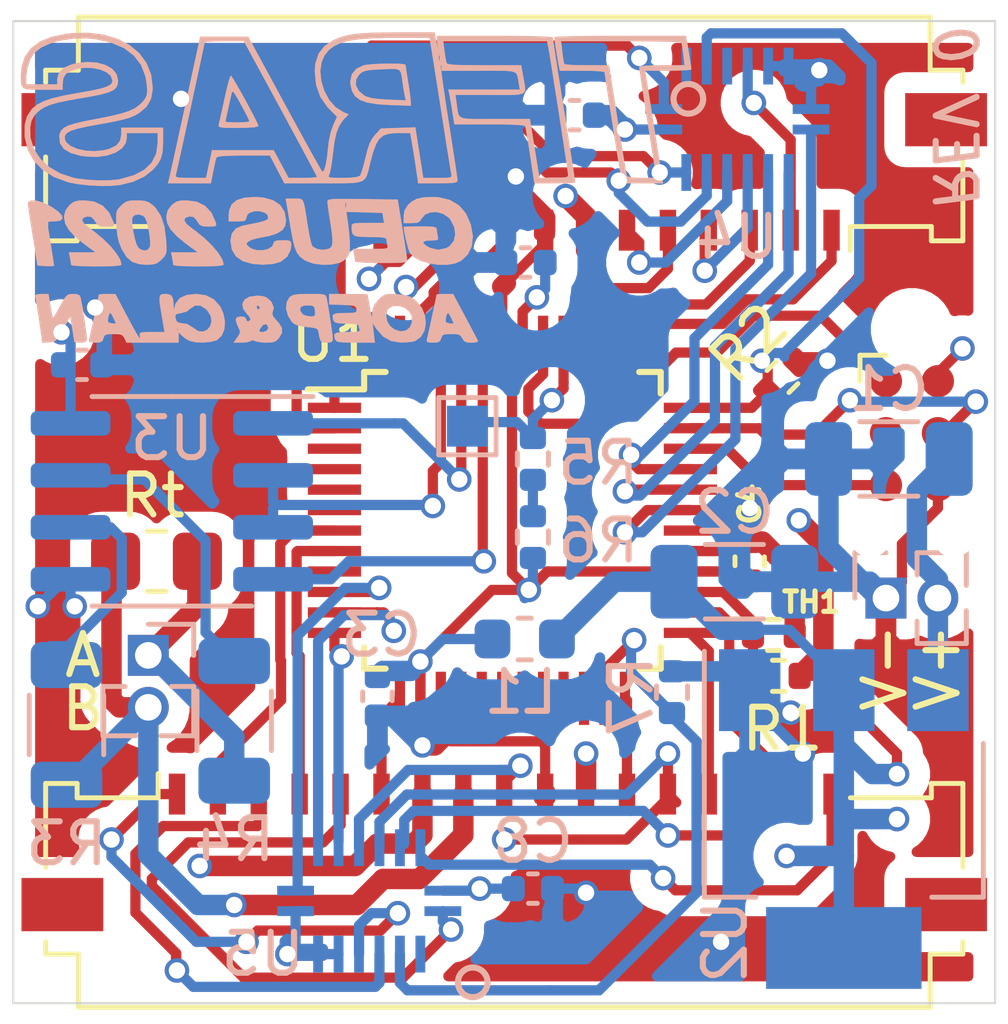
<source format=kicad_pcb>
(kicad_pcb (version 20171130) (host pcbnew "(5.1.9-0-10_14)")
  (layers (0 F.Cu signal) (1 In1.Cu signal hide) (2 In2.Cu signal hide) (31 B.Cu signal hide) (34 B.Paste user hide) (35 F.Paste user hide) (36 B.SilkS user hide) (37 F.SilkS user) (38 B.Mask user hide) (39 F.Mask user) (44 Edge.Cuts user))
  (net 0 "")
  (net 1 Vin)
  (net 2 GND)
  (net 3 +3V3)
  (net 4 RS485_A-)
  (net 5 "Net-(R3-Pad2)")
  (net 6 "Net-(R4-Pad2)")
  (net 7 UART_RX)
  (net 8 UART_TX)
  (net 9 RS485_EN)
  (net 10 "Net-(U1-Pad19)")
  (net 11 "Net-(U1-Pad22)")
  (net 12 A)
  (net 13 C)
  (net 14 ADC_THERM)
  (net 15 "Net-(U1-Pad17)")
  (net 16 "Net-(U1-Pad16)")
  (net 17 "Net-(U1-Pad9)")
  (net 18 TXD)
  (net 19 RXD)
  (net 20 "Net-(J3-Pad3)")
  (net 21 UPDI)
  (net 22 "Net-(C3-Pad1)")
  (net 23 "Net-(U1-Pad30)")
  (net 24 "Net-(U1-Pad21)")
  (net 25 "Net-(U1-Pad20)")
  (net 26 "Net-(U1-Pad18)")
  (net 27 RS485_B+)
  (net 28 "Net-(R5-Pad2)")
  (net 29 "Net-(U1-Pad6)")
  (net 30 "Net-(U1-Pad3)")
  (net 31 S0)
  (net 32 S1)
  (net 33 S2)
  (net 34 "Net-(U4-Pad4)")
  (net 35 "Net-(U4-Pad2)")
  (net 36 "Net-(U1-Pad5)")
  (net 37 "Net-(U1-Pad4)")
  (net 38 A_TOP)
  (net 39 M-)
  (net 40 L-)
  (net 41 K-)
  (net 42 J-)
  (net 43 I-)
  (net 44 H-)
  (net 45 A-)
  (net 46 B-)
  (net 47 C-)
  (net 48 D-)
  (net 49 E-)
  (net 50 F-)
  (net 51 G-)
  (net 52 "Net-(R5-Pad1)")
  (net 53 A_BOTTOM)
  (net 54 S0-)
  (net 55 S1-)
  (net 56 S2-)
  (net 57 "Net-(U5-Pad2)")
  (net 58 M)
  (net 59 L)
  (net 60 K)
  (net 61 J)
  (net 62 I)
  (net 63 H)
  (net 64 B)
  (net 65 D)
  (net 66 E)
  (net 67 F)
  (net 68 G)
  (module "Rare flowers:SOT763-1(DHVQFN16)" (layer B.Cu) (at 37.7 22.4 270)
    (fp_text reference U4 (at 2.88 0.01 180) (layer B.SilkS) (effects (justify mirror)))
    (fp_text value 74HCT4051)
    (pad 15 smd rect (at 1.3 1.25 270) (size 0.9 0.24) (layers B.Cu B.Paste B.Mask) (net 61 J))
    (pad 14 smd rect (at 1.3 0.75 270) (size 0.9 0.24) (layers B.Cu B.Paste B.Mask) (net 63 H))
    (pad 13 smd rect (at 1.3 0.25 270) (size 0.9 0.24) (layers B.Cu B.Paste B.Mask) (net 64 B))
    (pad 12 smd rect (at 1.3 -0.25 270) (size 0.9 0.24) (layers B.Cu B.Paste B.Mask) (net 65 D))
    (pad 11 smd rect (at 1.3 -0.75 270) (size 0.9 0.24) (layers B.Cu B.Paste B.Mask) (net 31 S0))
    (pad 10 smd rect (at 1.3 -1.25 270) (size 0.9 0.24) (layers B.Cu B.Paste B.Mask) (net 32 S1))
    (pad 7 smd rect (at -1.3 -1.25 270) (size 0.9 0.24) (layers B.Cu B.Paste B.Mask) (net 2 GND))
    (pad 6 smd rect (at -1.3 -0.75 270) (size 0.9 0.24) (layers B.Cu B.Paste B.Mask) (net 2 GND))
    (pad 5 smd rect (at -1.3 -0.25 270) (size 0.9 0.24) (layers B.Cu B.Paste B.Mask) (net 67 F))
    (pad 4 smd rect (at -1.3 0.25 270) (size 0.9 0.24) (layers B.Cu B.Paste B.Mask) (net 34 "Net-(U4-Pad4)"))
    (pad 3 smd rect (at -1.3 0.75 270) (size 0.9 0.24) (layers B.Cu B.Paste B.Mask) (net 38 A_TOP))
    (pad 2 smd rect (at -1.3 1.25 270) (size 0.9 0.24) (layers B.Cu B.Paste B.Mask) (net 35 "Net-(U4-Pad2)"))
    (pad 16 smd rect (at 0.25 1.8 270) (size 0.24 0.9) (layers B.Cu B.Paste B.Mask) (net 3 +3V3))
    (pad 9 smd rect (at 0.25 -1.8 270) (size 0.24 0.9) (layers B.Cu B.Paste B.Mask) (net 33 S2))
    (pad 8 smd rect (at -0.25 -1.8 270) (size 0.24 0.9) (layers B.Cu B.Paste B.Mask) (net 2 GND))
    (pad 1 smd rect (at -0.25 1.8 270) (size 0.24 0.9) (layers B.Cu B.Paste B.Mask) (net 59 L))
  )
  (module "Rare flowers:TFRAS" (layer B.Cu) (at 28.4 24.3 180)
    (fp_text reference G*** hide)
    (fp_text value LOGO hide)
  )
  (module Connector_PinHeader_1.27mm:PinHeader_1x02_P1.27mm_Vertical (layer B.Cu) (at 41.33 34.1 270)
    (fp_text reference JPWR1 hide)
    (fp_text value Conn_01x02_Female hide)
    (pad 2 thru_hole oval (at 0 -1.27 270) (size 1 1) (drill 0.65) (layers *.Cu *.Mask) (net 1 Vin))
    (pad 1 thru_hole rect (at 0 0 270) (size 1 1) (drill 0.65) (layers *.Cu *.Mask) (net 2 GND))
  )
  (module Connector_PinHeader_1.27mm:PinHeader_1x02_P1.27mm_Vertical (layer B.Cu) (at 23.3 35.5 180)
    (fp_text reference RS4851 hide)
    (fp_text value Conn_01x02_Female hide)
    (pad 2 thru_hole oval (at 0 -1.27 180) (size 1 1) (drill 0.65) (layers *.Cu *.Mask) (net 27 RS485_B+))
    (pad 1 thru_hole rect (at 0 0 180) (size 1 1) (drill 0.65) (layers *.Cu *.Mask) (net 4 RS485_A-))
  )
  (module "Rare flowers:SOT763-1(DHVQFN16)" (layer B.Cu) (at 28.7 41.5 90)
    (fp_text reference U5 (at -1.3 -2.6 180) (layer B.SilkS) (effects (justify mirror)))
    (fp_text value 74HCT4051)
    (pad 15 smd rect (at 1.3 1.25 90) (size 0.9 0.24) (layers B.Cu B.Paste B.Mask) (net 39 M-))
    (pad 14 smd rect (at 1.3 0.75 90) (size 0.9 0.24) (layers B.Cu B.Paste B.Mask) (net 41 K-))
    (pad 13 smd rect (at 1.3 0.25 90) (size 0.9 0.24) (layers B.Cu B.Paste B.Mask) (net 43 I-))
    (pad 12 smd rect (at 1.3 -0.25 90) (size 0.9 0.24) (layers B.Cu B.Paste B.Mask) (net 45 A-))
    (pad 11 smd rect (at 1.3 -0.75 90) (size 0.9 0.24) (layers B.Cu B.Paste B.Mask) (net 54 S0-))
    (pad 10 smd rect (at 1.3 -1.25 90) (size 0.9 0.24) (layers B.Cu B.Paste B.Mask) (net 55 S1-))
    (pad 7 smd rect (at -1.3 -1.25 90) (size 0.9 0.24) (layers B.Cu B.Paste B.Mask) (net 2 GND))
    (pad 6 smd rect (at -1.3 -0.75 90) (size 0.9 0.24) (layers B.Cu B.Paste B.Mask) (net 2 GND))
    (pad 5 smd rect (at -1.3 -0.25 90) (size 0.9 0.24) (layers B.Cu B.Paste B.Mask) (net 51 G-))
    (pad 4 smd rect (at -1.3 0.25 90) (size 0.9 0.24) (layers B.Cu B.Paste B.Mask) (net 49 E-))
    (pad 3 smd rect (at -1.3 0.75 90) (size 0.9 0.24) (layers B.Cu B.Paste B.Mask) (net 53 A_BOTTOM))
    (pad 2 smd rect (at -1.3 1.25 90) (size 0.9 0.24) (layers B.Cu B.Paste B.Mask) (net 57 "Net-(U5-Pad2)"))
    (pad 16 smd rect (at 0.25 1.8 90) (size 0.24 0.9) (layers B.Cu B.Paste B.Mask) (net 3 +3V3))
    (pad 9 smd rect (at 0.25 -1.8 90) (size 0.24 0.9) (layers B.Cu B.Paste B.Mask) (net 56 S2-))
    (pad 8 smd rect (at -0.25 -1.8 90) (size 0.24 0.9) (layers B.Cu B.Paste B.Mask) (net 2 GND))
    (pad 1 smd rect (at -0.25 1.8 90) (size 0.24 0.9) (layers B.Cu B.Paste B.Mask) (net 47 C-))
  )
  (module Resistor_SMD:R_1206_3216Metric (layer B.Cu) (at 25.4 37.1 90)
    (fp_text reference R4 (at -2.9 0 180) (layer B.SilkS) (effects (justify mirror)))
    (fp_text value 10)
    (pad 2 smd roundrect (at 1.4625 0 90) (size 1.125 1.75) (layers B.Cu B.Paste B.Mask) (roundrect_rratio 0.222222) (net 6 "Net-(R4-Pad2)"))
    (pad 1 smd roundrect (at -1.4625 0 90) (size 1.125 1.75) (layers B.Cu B.Paste B.Mask) (roundrect_rratio 0.222222) (net 4 RS485_A-))
  )
  (module Resistor_SMD:R_1206_3216Metric (layer B.Cu) (at 21.3 37.2 90)
    (fp_text reference R3 (at -2.9 0 180) (layer B.SilkS) (effects (justify mirror)))
    (fp_text value 10)
    (pad 2 smd roundrect (at 1.4625 0 90) (size 1.125 1.75) (layers B.Cu B.Paste B.Mask) (roundrect_rratio 0.222222) (net 5 "Net-(R3-Pad2)"))
    (pad 1 smd roundrect (at -1.4625 0 90) (size 1.125 1.75) (layers B.Cu B.Paste B.Mask) (roundrect_rratio 0.222222) (net 27 RS485_B+))
  )
  (module Resistor_SMD:R_0402_1005Metric (layer F.Cu) (at 38.8 28.7 45)
    (fp_text reference R2 (at 0 -1.17 45) (layer F.SilkS))
    (fp_text value 10k)
    (pad 2 smd roundrect (at 0.51 0 45) (size 0.54 0.64) (layers F.Cu F.Paste F.Mask) (net 2 GND))
    (pad 1 smd roundrect (at -0.51 0 45) (size 0.54 0.64) (layers F.Cu F.Paste F.Mask) (net 38 A_TOP))
  )
  (module Capacitor_SMD:C_1206_3216Metric (layer B.Cu) (at 37.625 33.7)
    (fp_text reference C2 (at 0 -1.7 180) (layer B.SilkS) (effects (justify mirror)))
    (fp_text value 100u)
    (pad 2 smd roundrect (at 1.475 0) (size 1.15 1.8) (layers B.Cu B.Paste B.Mask) (roundrect_rratio 0.217391) (net 2 GND))
    (pad 1 smd roundrect (at -1.475 0) (size 1.15 1.8) (layers B.Cu B.Paste B.Mask) (roundrect_rratio 0.217391) (net 3 +3V3))
  )
  (module Capacitor_SMD:C_1206_3216Metric (layer B.Cu) (at 41.4 30.7 180)
    (fp_text reference C1 (at 0 1.7) (layer B.SilkS) (effects (justify mirror)))
    (fp_text value 10u)
    (pad 2 smd roundrect (at 1.475 0 180) (size 1.15 1.8) (layers B.Cu B.Paste B.Mask) (roundrect_rratio 0.217391) (net 2 GND))
    (pad 1 smd roundrect (at -1.475 0 180) (size 1.15 1.8) (layers B.Cu B.Paste B.Mask) (roundrect_rratio 0.217391) (net 1 Vin))
  )
  (module Resistor_SMD:R_0805_2012Metric_Pad1.20x1.40mm_HandSolder (layer F.Cu) (at 23.5 33.2)
    (fp_text reference R8 hide)
    (fp_text value RTERM hide)
    (pad 2 smd roundrect (at 1 0) (size 1.2 1.4) (layers F.Cu F.Paste F.Mask) (roundrect_rratio 0.208333) (net 4 RS485_A-))
    (pad 1 smd roundrect (at -1 0) (size 1.2 1.4) (layers F.Cu F.Paste F.Mask) (roundrect_rratio 0.208333) (net 27 RS485_B+))
  )
  (module Package_SO:SOIC-8_3.9x4.9mm_P1.27mm (layer B.Cu) (at 23.875 31.735 180)
    (fp_text reference U3 (at 0 1.535 180) (layer B.SilkS) (effects (justify mirror)))
    (fp_text value SN65HVD75)
    (pad 8 smd roundrect (at 2.475 1.905 180) (size 1.95 0.6) (layers B.Cu B.Paste B.Mask) (net 3 +3V3))
    (pad 7 smd roundrect (at 2.475 0.635 180) (size 1.95 0.6) (layers B.Cu B.Paste B.Mask) (net 6 "Net-(R4-Pad2)"))
    (pad 6 smd roundrect (at 2.475 -0.635 180) (size 1.95 0.6) (layers B.Cu B.Paste B.Mask) (net 5 "Net-(R3-Pad2)"))
    (pad 5 smd roundrect (at 2.475 -1.905 180) (size 1.95 0.6) (layers B.Cu B.Paste B.Mask) (net 2 GND))
    (pad 4 smd roundrect (at -2.475 -1.905 180) (size 1.95 0.6) (layers B.Cu B.Paste B.Mask) (net 8 UART_TX))
    (pad 3 smd roundrect (at -2.475 -0.635 180) (size 1.95 0.6) (layers B.Cu B.Paste B.Mask) (net 9 RS485_EN))
    (pad 2 smd roundrect (at -2.475 0.635 180) (size 1.95 0.6) (layers B.Cu B.Paste B.Mask) (net 9 RS485_EN))
    (pad 1 smd roundrect (at -2.475 1.905 180) (size 1.95 0.6) (layers B.Cu B.Paste B.Mask) (net 7 UART_RX))
  )
  (module Package_TO_SOT_SMD:SOT-223-3_TabPin2 (layer B.Cu) (at 40.3 39.5 270)
    (fp_text reference U2 (at 3 2.9 90) (layer B.SilkS) (effects (justify mirror)))
    (fp_text value AMS1117-3.3)
    (pad 1 smd rect (at -3.15 2.3 270) (size 2 1.5) (layers B.Cu B.Paste B.Mask) (net 2 GND))
    (pad 3 smd rect (at -3.15 -2.3 270) (size 2 1.5) (layers B.Cu B.Paste B.Mask) (net 1 Vin))
    (pad 2 smd rect (at -3.15 0 270) (size 2 1.5) (layers B.Cu B.Paste B.Mask) (net 3 +3V3))
    (pad 2 smd rect (at 3.15 0 270) (size 2 3.8) (layers B.Cu B.Paste B.Mask) (net 3 +3V3))
  )
  (module Resistor_SMD:R_0402_1005Metric (layer B.Cu) (at 36.1 36.4 90)
    (fp_text reference R7 (at -0.1 -1 270) (layer B.SilkS) (effects (justify mirror)))
    (fp_text value 10k)
    (pad 2 smd roundrect (at 0.51 0 90) (size 0.54 0.64) (layers B.Cu B.Paste B.Mask) (net 2 GND))
    (pad 1 smd roundrect (at -0.51 0 90) (size 0.54 0.64) (layers B.Cu B.Paste B.Mask) (net 53 A_BOTTOM))
  )
  (module Capacitor_SMD:C_0402_1005Metric (layer B.Cu) (at 32.7 41.2 180)
    (fp_text reference C8 (at 0 1.16) (layer B.SilkS) (effects (justify mirror)))
    (fp_text value 100nF)
    (pad 2 smd roundrect (at 0.48 0 180) (size 0.56 0.62) (layers B.Cu B.Paste B.Mask) (net 3 +3V3))
    (pad 1 smd roundrect (at -0.48 0 180) (size 0.56 0.62) (layers B.Cu B.Paste B.Mask) (net 2 GND))
  )
  (module Resistor_SMD:R_0402_1005Metric (layer B.Cu) (at 32.7 32.61 90)
    (fp_text reference R6 (at -0.09 1.6 180) (layer B.SilkS) (effects (justify mirror)))
    (fp_text value 10k)
    (pad 2 smd roundrect (at 0.51 0 90) (size 0.54 0.64) (layers B.Cu B.Paste B.Mask) (net 52 "Net-(R5-Pad1)"))
    (pad 1 smd roundrect (at -0.51 0 90) (size 0.54 0.64) (layers B.Cu B.Paste B.Mask) (net 22 "Net-(C3-Pad1)"))
  )
  (module Resistor_SMD:R_0402_1005Metric (layer B.Cu) (at 32.7 30.7 90)
    (fp_text reference R5 (at -0.1 1.6 180) (layer B.SilkS) (effects (justify mirror)))
    (fp_text value 10k)
    (pad 2 smd roundrect (at 0.51 0 90) (size 0.54 0.64) (layers B.Cu B.Paste B.Mask) (net 28 "Net-(R5-Pad2)"))
    (pad 1 smd roundrect (at -0.51 0 90) (size 0.54 0.64) (layers B.Cu B.Paste B.Mask) (net 52 "Net-(R5-Pad1)"))
  )
  (module TestPoint:TestPoint_Pad_1.0x1.0mm (layer B.Cu) (at 31.1 29.9)
    (fp_text reference RST1 hide)
    (fp_text value TestPoint_Small hide)
    (pad 1 smd rect (at 0 0) (size 1 1) (layers B.Cu B.Mask) (net 28 "Net-(R5-Pad2)"))
  )
  (module Capacitor_SMD:C_0402_1005Metric (layer B.Cu) (at 33.72 22.3)
    (fp_text reference C7 hide)
    (fp_text value 100nF)
    (pad 2 smd roundrect (at 0.48 0) (size 0.56 0.62) (layers B.Cu B.Paste B.Mask) (net 3 +3V3))
    (pad 1 smd roundrect (at -0.48 0) (size 0.56 0.62) (layers B.Cu B.Paste B.Mask) (net 2 GND))
  )
  (module Connector_FFC-FPC:Molex_200528-0170_1x17-1MP_P1.00mm_Horizontal (layer F.Cu) (at 32 39.8)
    (fp_text reference J1 hide)
    (fp_text value BOTTOM)
    (pad 17 smd rect (at 8 -0.91) (size 0.4 1) (layers F.Cu F.Paste F.Mask) (net 39 M-))
    (pad 16 smd rect (at 7 -0.91) (size 0.4 1) (layers F.Cu F.Paste F.Mask) (net 40 L-))
    (pad 15 smd rect (at 6 -0.91) (size 0.4 1) (layers F.Cu F.Paste F.Mask) (net 41 K-))
    (pad 14 smd rect (at 5 -0.91) (size 0.4 1) (layers F.Cu F.Paste F.Mask) (net 42 J-))
    (pad 13 smd rect (at 4 -0.91) (size 0.4 1) (layers F.Cu F.Paste F.Mask) (net 43 I-))
    (pad 12 smd rect (at 3 -0.91) (size 0.4 1) (layers F.Cu F.Paste F.Mask) (net 44 H-))
    (pad 11 smd rect (at 2 -0.91) (size 0.4 1) (layers F.Cu F.Paste F.Mask) (net 1 Vin))
    (pad 10 smd rect (at 1 -0.91) (size 0.4 1) (layers F.Cu F.Paste F.Mask) (net 2 GND))
    (pad 9 smd rect (at 0 -0.91) (size 0.4 1) (layers F.Cu F.Paste F.Mask) (net 45 A-))
    (pad 8 smd rect (at -1 -0.91) (size 0.4 1) (layers F.Cu F.Paste F.Mask) (net 27 RS485_B+))
    (pad 7 smd rect (at -2 -0.91) (size 0.4 1) (layers F.Cu F.Paste F.Mask) (net 4 RS485_A-))
    (pad 6 smd rect (at -3 -0.91) (size 0.4 1) (layers F.Cu F.Paste F.Mask) (net 46 B-))
    (pad 5 smd rect (at -4 -0.91) (size 0.4 1) (layers F.Cu F.Paste F.Mask) (net 47 C-))
    (pad 4 smd rect (at -5 -0.91) (size 0.4 1) (layers F.Cu F.Paste F.Mask) (net 48 D-))
    (pad 3 smd rect (at -6 -0.91) (size 0.4 1) (layers F.Cu F.Paste F.Mask) (net 49 E-))
    (pad 2 smd rect (at -7 -0.91) (size 0.4 1) (layers F.Cu F.Paste F.Mask) (net 50 F-))
    (pad 1 smd rect (at -8 -0.91) (size 0.4 1) (layers F.Cu F.Paste F.Mask) (net 51 G-))
    (pad MP smd rect (at 10.8 1.79) (size 2 1.3) (layers F.Cu F.Paste F.Mask))
    (pad MP smd rect (at -10.8 1.79) (size 2 1.3) (layers F.Cu F.Paste F.Mask))
  )
  (module Package_QFP:TQFP-48_7x7mm_P0.5mm (layer F.Cu) (at 32.2 32.2)
    (fp_text reference U1 (at -4.4 -4.4) (layer F.SilkS))
    (fp_text value ATmega4809-A)
    (pad 48 smd rect (at -2.75 -4.35 90) (size 1.3 0.25) (layers F.Cu F.Paste F.Mask) (net 62 I))
    (pad 47 smd rect (at -2.25 -4.35 90) (size 1.3 0.25) (layers F.Cu F.Paste F.Mask) (net 12 A))
    (pad 46 smd rect (at -1.75 -4.35 90) (size 1.3 0.25) (layers F.Cu F.Paste F.Mask) (net 9 RS485_EN))
    (pad 45 smd rect (at -1.25 -4.35 90) (size 1.3 0.25) (layers F.Cu F.Paste F.Mask) (net 7 UART_RX))
    (pad 44 smd rect (at -0.75 -4.35 90) (size 1.3 0.25) (layers F.Cu F.Paste F.Mask) (net 8 UART_TX))
    (pad 43 smd rect (at -0.25 -4.35 90) (size 1.3 0.25) (layers F.Cu F.Paste F.Mask) (net 2 GND))
    (pad 42 smd rect (at 0.25 -4.35 90) (size 1.3 0.25) (layers F.Cu F.Paste F.Mask) (net 22 "Net-(C3-Pad1)"))
    (pad 41 smd rect (at 0.75 -4.35 90) (size 1.3 0.25) (layers F.Cu F.Paste F.Mask) (net 21 UPDI))
    (pad 40 smd rect (at 1.25 -4.35 90) (size 1.3 0.25) (layers F.Cu F.Paste F.Mask) (net 28 "Net-(R5-Pad2)"))
    (pad 39 smd rect (at 1.75 -4.35 90) (size 1.3 0.25) (layers F.Cu F.Paste F.Mask) (net 13 C))
    (pad 38 smd rect (at 2.25 -4.35 90) (size 1.3 0.25) (layers F.Cu F.Paste F.Mask) (net 66 E))
    (pad 37 smd rect (at 2.75 -4.35 90) (size 1.3 0.25) (layers F.Cu F.Paste F.Mask) (net 68 G))
    (pad 36 smd rect (at 4.35 -2.75) (size 1.3 0.25) (layers F.Cu F.Paste F.Mask) (net 38 A_TOP))
    (pad 35 smd rect (at 4.35 -2.25) (size 1.3 0.25) (layers F.Cu F.Paste F.Mask) (net 19 RXD))
    (pad 34 smd rect (at 4.35 -1.75) (size 1.3 0.25) (layers F.Cu F.Paste F.Mask) (net 18 TXD))
    (pad 33 smd rect (at 4.35 -1.25) (size 1.3 0.25) (layers F.Cu F.Paste F.Mask) (net 31 S0))
    (pad 32 smd rect (at 4.35 -0.75) (size 1.3 0.25) (layers F.Cu F.Paste F.Mask) (net 32 S1))
    (pad 31 smd rect (at 4.35 -0.25) (size 1.3 0.25) (layers F.Cu F.Paste F.Mask) (net 33 S2))
    (pad 30 smd rect (at 4.35 0.25) (size 1.3 0.25) (layers F.Cu F.Paste F.Mask) (net 23 "Net-(U1-Pad30)"))
    (pad 29 smd rect (at 4.35 0.75) (size 1.3 0.25) (layers F.Cu F.Paste F.Mask) (net 2 GND))
    (pad 28 smd rect (at 4.35 1.25) (size 1.3 0.25) (layers F.Cu F.Paste F.Mask) (net 22 "Net-(C3-Pad1)"))
    (pad 27 smd rect (at 4.35 1.75) (size 1.3 0.25) (layers F.Cu F.Paste F.Mask) (net 14 ADC_THERM))
    (pad 26 smd rect (at 4.35 2.25) (size 1.3 0.25) (layers F.Cu F.Paste F.Mask) (net 40 L-))
    (pad 25 smd rect (at 4.35 2.75) (size 1.3 0.25) (layers F.Cu F.Paste F.Mask) (net 42 J-))
    (pad 24 smd rect (at 2.75 4.35 90) (size 1.3 0.25) (layers F.Cu F.Paste F.Mask) (net 44 H-))
    (pad 23 smd rect (at 2.25 4.35 90) (size 1.3 0.25) (layers F.Cu F.Paste F.Mask) (net 53 A_BOTTOM))
    (pad 22 smd rect (at 1.75 4.35 90) (size 1.3 0.25) (layers F.Cu F.Paste F.Mask) (net 11 "Net-(U1-Pad22)"))
    (pad 21 smd rect (at 1.25 4.35 90) (size 1.3 0.25) (layers F.Cu F.Paste F.Mask) (net 24 "Net-(U1-Pad21)"))
    (pad 20 smd rect (at 0.75 4.35 90) (size 1.3 0.25) (layers F.Cu F.Paste F.Mask) (net 25 "Net-(U1-Pad20)"))
    (pad 19 smd rect (at 0.25 4.35 90) (size 1.3 0.25) (layers F.Cu F.Paste F.Mask) (net 10 "Net-(U1-Pad19)"))
    (pad 18 smd rect (at -0.25 4.35 90) (size 1.3 0.25) (layers F.Cu F.Paste F.Mask) (net 26 "Net-(U1-Pad18)"))
    (pad 17 smd rect (at -0.75 4.35 90) (size 1.3 0.25) (layers F.Cu F.Paste F.Mask) (net 15 "Net-(U1-Pad17)"))
    (pad 16 smd rect (at -1.25 4.35 90) (size 1.3 0.25) (layers F.Cu F.Paste F.Mask) (net 16 "Net-(U1-Pad16)"))
    (pad 15 smd rect (at -1.75 4.35 90) (size 1.3 0.25) (layers F.Cu F.Paste F.Mask) (net 2 GND))
    (pad 14 smd rect (at -2.25 4.35 90) (size 1.3 0.25) (layers F.Cu F.Paste F.Mask) (net 22 "Net-(C3-Pad1)"))
    (pad 13 smd rect (at -2.75 4.35 90) (size 1.3 0.25) (layers F.Cu F.Paste F.Mask) (net 46 B-))
    (pad 12 smd rect (at -4.35 2.75) (size 1.3 0.25) (layers F.Cu F.Paste F.Mask) (net 54 S0-))
    (pad 11 smd rect (at -4.35 2.25) (size 1.3 0.25) (layers F.Cu F.Paste F.Mask) (net 55 S1-))
    (pad 10 smd rect (at -4.35 1.75) (size 1.3 0.25) (layers F.Cu F.Paste F.Mask) (net 56 S2-))
    (pad 9 smd rect (at -4.35 1.25) (size 1.3 0.25) (layers F.Cu F.Paste F.Mask) (net 17 "Net-(U1-Pad9)"))
    (pad 8 smd rect (at -4.35 0.75) (size 1.3 0.25) (layers F.Cu F.Paste F.Mask) (net 48 D-))
    (pad 7 smd rect (at -4.35 0.25) (size 1.3 0.25) (layers F.Cu F.Paste F.Mask) (net 50 F-))
    (pad 6 smd rect (at -4.35 -0.25) (size 1.3 0.25) (layers F.Cu F.Paste F.Mask) (net 29 "Net-(U1-Pad6)"))
    (pad 5 smd rect (at -4.35 -0.75) (size 1.3 0.25) (layers F.Cu F.Paste F.Mask) (net 36 "Net-(U1-Pad5)"))
    (pad 4 smd rect (at -4.35 -1.25) (size 1.3 0.25) (layers F.Cu F.Paste F.Mask) (net 37 "Net-(U1-Pad4)"))
    (pad 3 smd rect (at -4.35 -1.75) (size 1.3 0.25) (layers F.Cu F.Paste F.Mask) (net 30 "Net-(U1-Pad3)"))
    (pad 2 smd rect (at -4.35 -2.25) (size 1.3 0.25) (layers F.Cu F.Paste F.Mask) (net 58 M))
    (pad 1 smd rect (at -4.35 -2.75) (size 1.3 0.25) (layers F.Cu F.Paste F.Mask) (net 60 K))
  )
  (module Inductor_SMD:L_0603_1608Metric (layer B.Cu) (at 32.5 35.1 180)
    (fp_text reference L1 (at 0.1 -1.3) (layer B.SilkS) (effects (justify mirror)))
    (fp_text value 10uH)
    (pad 2 smd roundrect (at 0.7875 0 180) (size 0.875 0.95) (layers B.Cu B.Paste B.Mask) (net 22 "Net-(C3-Pad1)"))
    (pad 1 smd roundrect (at -0.7875 0 180) (size 0.875 0.95) (layers B.Cu B.Paste B.Mask) (net 3 +3V3))
  )
  (module Capacitor_SMD:C_0402_1005Metric (layer B.Cu) (at 32.52 25.9 180)
    (fp_text reference C5 hide)
    (fp_text value 100nF)
    (pad 2 smd roundrect (at 0.48 0 180) (size 0.56 0.62) (layers B.Cu B.Paste B.Mask) (net 2 GND))
    (pad 1 smd roundrect (at -0.48 0 180) (size 0.56 0.62) (layers B.Cu B.Paste B.Mask) (net 22 "Net-(C3-Pad1)"))
  )
  (module Capacitor_SMD:C_0402_1005Metric (layer F.Cu) (at 38 33.2 90)
    (fp_text reference C4 (at 1.4 0 90) (layer F.SilkS) (effects (font (size 0.5 0.5) (thickness 0.125))))
    (fp_text value 100nF)
    (pad 2 smd roundrect (at 0.48 0 90) (size 0.56 0.62) (layers F.Cu F.Paste F.Mask) (net 2 GND))
    (pad 1 smd roundrect (at -0.48 0 90) (size 0.56 0.62) (layers F.Cu F.Paste F.Mask) (net 22 "Net-(C3-Pad1)"))
  )
  (module Capacitor_SMD:C_0402_1005Metric (layer B.Cu) (at 28.9 36.5 270)
    (fp_text reference C3 (at -1.5 -0.1 180) (layer B.SilkS) (effects (justify mirror)))
    (fp_text value 100nF)
    (pad 2 smd roundrect (at 0.48 0 270) (size 0.56 0.62) (layers B.Cu B.Paste B.Mask) (net 2 GND))
    (pad 1 smd roundrect (at -0.48 0 270) (size 0.56 0.62) (layers B.Cu B.Paste B.Mask) (net 22 "Net-(C3-Pad1)"))
  )
  (module Connector:Tag-Connect_TC2030-IDC-NL_2x03_P1.27mm_Vertical (layer F.Cu) (at 41.965 30.07 270)
    (fp_text reference J3 hide)
    (fp_text value UPDI-POGO)
    (pad 6 connect circle (at 1.27 -0.635 270) (size 0.7874 0.7874) (layers F.Cu F.Mask) (net 2 GND))
    (pad 5 connect circle (at 1.27 0.635 270) (size 0.7874 0.7874) (layers F.Cu F.Mask) (net 18 TXD))
    (pad 4 connect circle (at 0 -0.635 270) (size 0.7874 0.7874) (layers F.Cu F.Mask) (net 19 RXD))
    (pad 3 connect circle (at 0 0.635 270) (size 0.7874 0.7874) (layers F.Cu F.Mask) (net 20 "Net-(J3-Pad3)"))
    (pad 2 connect circle (at -1.27 -0.635 270) (size 0.7874 0.7874) (layers F.Cu F.Mask) (net 3 +3V3))
    (pad 1 connect circle (at -1.27 0.635 270) (size 0.7874 0.7874) (layers F.Cu F.Mask) (net 21 UPDI))
    (pad "" np_thru_hole circle (at -2.54 0 270) (size 0.9906 0.9906) (drill 0.9906) (layers *.Cu *.Mask))
    (pad "" np_thru_hole circle (at 2.54 1.016 270) (size 0.9906 0.9906) (drill 0.9906) (layers *.Cu *.Mask))
    (pad "" np_thru_hole circle (at 2.54 -1.016 270) (size 0.9906 0.9906) (drill 0.9906) (layers *.Cu *.Mask))
  )
  (module Resistor_SMD:R_0402_1005Metric (layer F.Cu) (at 38.59 35)
    (fp_text reference TH1 (at 0.91 -0.8 180) (layer F.SilkS) (effects (font (size 0.5 0.5) (thickness 0.125))))
    (fp_text value Thermistor_NTC_10K)
    (pad 2 smd roundrect (at 0.51 0) (size 0.54 0.64) (layers F.Cu F.Paste F.Mask) (net 2 GND))
    (pad 1 smd roundrect (at -0.51 0) (size 0.54 0.64) (layers F.Cu F.Paste F.Mask) (net 14 ADC_THERM))
  )
  (module Resistor_SMD:R_0402_1005Metric (layer F.Cu) (at 38.71 36 180)
    (fp_text reference R1 (at -0.09 -1.3) (layer F.SilkS))
    (fp_text value 10k)
    (pad 2 smd roundrect (at 0.51 0 180) (size 0.54 0.64) (layers F.Cu F.Paste F.Mask) (net 14 ADC_THERM))
    (pad 1 smd roundrect (at -0.51 0 180) (size 0.54 0.64) (layers F.Cu F.Paste F.Mask) (net 3 +3V3))
  )
  (module Connector_FFC-FPC:Molex_200528-0170_1x17-1MP_P1.00mm_Horizontal (layer F.Cu) (at 32 24.2 180)
    (fp_text reference J4 hide)
    (fp_text value TOP)
    (pad 17 smd rect (at 8 -0.91 180) (size 0.4 1) (layers F.Cu F.Paste F.Mask) (net 58 M))
    (pad 16 smd rect (at 7 -0.91 180) (size 0.4 1) (layers F.Cu F.Paste F.Mask) (net 59 L))
    (pad 15 smd rect (at 6 -0.91 180) (size 0.4 1) (layers F.Cu F.Paste F.Mask) (net 60 K))
    (pad 14 smd rect (at 5 -0.91 180) (size 0.4 1) (layers F.Cu F.Paste F.Mask) (net 61 J))
    (pad 13 smd rect (at 4 -0.91 180) (size 0.4 1) (layers F.Cu F.Paste F.Mask) (net 62 I))
    (pad 12 smd rect (at 3 -0.91 180) (size 0.4 1) (layers F.Cu F.Paste F.Mask) (net 63 H))
    (pad 11 smd rect (at 2 -0.91 180) (size 0.4 1) (layers F.Cu F.Paste F.Mask) (net 4 RS485_A-))
    (pad 10 smd rect (at 1 -0.91 180) (size 0.4 1) (layers F.Cu F.Paste F.Mask) (net 27 RS485_B+))
    (pad 9 smd rect (at 0 -0.91 180) (size 0.4 1) (layers F.Cu F.Paste F.Mask) (net 12 A))
    (pad 8 smd rect (at -1 -0.91 180) (size 0.4 1) (layers F.Cu F.Paste F.Mask) (net 2 GND))
    (pad 7 smd rect (at -2 -0.91 180) (size 0.4 1) (layers F.Cu F.Paste F.Mask) (net 1 Vin))
    (pad 6 smd rect (at -3 -0.91 180) (size 0.4 1) (layers F.Cu F.Paste F.Mask) (net 64 B))
    (pad 5 smd rect (at -4 -0.91 180) (size 0.4 1) (layers F.Cu F.Paste F.Mask) (net 13 C))
    (pad 4 smd rect (at -5 -0.91 180) (size 0.4 1) (layers F.Cu F.Paste F.Mask) (net 65 D))
    (pad 3 smd rect (at -6 -0.91 180) (size 0.4 1) (layers F.Cu F.Paste F.Mask) (net 66 E))
    (pad 2 smd rect (at -7 -0.91 180) (size 0.4 1) (layers F.Cu F.Paste F.Mask) (net 67 F))
    (pad 1 smd rect (at -8 -0.91 180) (size 0.4 1) (layers F.Cu F.Paste F.Mask) (net 68 G))
    (pad MP smd rect (at 10.8 1.79 180) (size 2 1.3) (layers F.Cu F.Paste F.Mask))
    (pad MP smd rect (at -10.8 1.79 180) (size 2 1.3) (layers F.Cu F.Paste F.Mask))
  )
  (module Capacitor_SMD:C_0402_1005Metric (layer B.Cu) (at 21.68 28.4 180)
    (fp_text reference C6 hide)
    (fp_text value 100nF)
    (pad 1 smd roundrect (at -0.48 0 180) (size 0.56 0.62) (layers B.Cu B.Paste B.Mask) (net 2 GND))
    (pad 2 smd roundrect (at 0.48 0 180) (size 0.56 0.62) (layers B.Cu B.Paste B.Mask) (net 3 +3V3))
  )
  (gr_text Rt (at 23.4 31.6) (layer F.SilkS) (effects (font (size 1 1))))
  (gr_text "REV 0" (at 43 22.4 -90) (layer B.SilkS) (effects (font (size 1 1) (thickness 0.15) italic) (justify mirror)))
  (gr_text B (at 21.7 36.8) (layer F.SilkS) (effects (font (size 1 1))))
  (gr_text A (at 21.7 35.5) (layer F.SilkS) (effects (font (size 1 1))))
  (gr_text V- (at 41.3 35.8 90) (layer F.SilkS) (effects (font (size 1 1))))
  (gr_text V+ (at 42.6 35.8 90) (layer F.SilkS) (effects (font (size 1 1))))
  (gr_line (start 20 44) (end 20 20) (layer Edge.Cuts) (width 0.05))
  (gr_line (start 44 44) (end 20 44) (layer Edge.Cuts) (width 0.05))
  (gr_line (start 44 20) (end 44 44) (layer Edge.Cuts) (width 0.05))
  (gr_line (start 20 20) (end 44 20) (layer Edge.Cuts) (width 0.05))
  (segment (start 34 25.11) (end 34 25.6) (width 0.5) (layer F.Cu) (net 1))
  (segment (start 42.6 36.15) (end 42.6 34.1) (width 0.5) (layer B.Cu) (net 1))
  (segment (start 42.6 33.649998) (end 42.6 34.1) (width 0.5) (layer B.Cu) (net 1))
  (segment (start 42.085699 33.135697) (end 42.6 33.649998) (width 0.5) (layer B.Cu) (net 1))
  (segment (start 42.085699 31.489301) (end 42.085699 33.135697) (width 0.5) (layer B.Cu) (net 1))
  (segment (start 42.875 30.7) (end 42.085699 31.489301) (width 0.5) (layer B.Cu) (net 1))
  (segment (start 34 25.11) (end 34 24.774523) (width 0.5) (layer F.Cu) (net 1))
  (via (at 33.500489 24.275012) (size 0.6) (drill 0.4) (layers F.Cu B.Cu) (net 1))
  (segment (start 34 24.774523) (end 33.500489 24.275012) (width 0.5) (layer F.Cu) (net 1))
  (via (at 34 37.9) (size 0.6) (drill 0.4) (layers F.Cu B.Cu) (net 1))
  (segment (start 34 38.89) (end 34 37.9) (width 0.5) (layer F.Cu) (net 1))
  (segment (start 31.95 27.85) (end 31.95 26.49) (width 0.25) (layer F.Cu) (net 2))
  (segment (start 37.57 32.95) (end 36.55 32.95) (width 0.25) (layer F.Cu) (net 2))
  (segment (start 37.8 32.72) (end 37.57 32.95) (width 0.25) (layer F.Cu) (net 2))
  (segment (start 32.04 26.4) (end 31.95 26.49) (width 0.5) (layer F.Cu) (net 2))
  (segment (start 33 25.44) (end 32.04 26.4) (width 0.25) (layer F.Cu) (net 2))
  (segment (start 33 25.11) (end 33 25.44) (width 0.25) (layer F.Cu) (net 2))
  (via (at 24.1 21.9) (size 0.6) (drill 0.4) (layers F.Cu B.Cu) (net 2))
  (via (at 21.5 34.3) (size 0.6) (drill 0.4) (layers F.Cu B.Cu) (net 2))
  (segment (start 21.4 34.2) (end 21.5 34.3) (width 0.25) (layer B.Cu) (net 2))
  (segment (start 21.4 33.64) (end 21.4 34.2) (width 0.25) (layer B.Cu) (net 2))
  (via (at 20.6 34.3) (size 0.6) (drill 0.4) (layers F.Cu B.Cu) (net 2))
  (segment (start 21.26 33.64) (end 20.6 34.3) (width 0.25) (layer B.Cu) (net 2))
  (segment (start 21.4 33.64) (end 21.26 33.64) (width 0.25) (layer B.Cu) (net 2))
  (segment (start 41.719301 33.710699) (end 41.33 34.1) (width 0.25) (layer F.Cu) (net 2))
  (segment (start 41.719301 32.777474) (end 41.719301 33.710699) (width 0.25) (layer F.Cu) (net 2))
  (segment (start 42.6 31.896775) (end 41.719301 32.777474) (width 0.25) (layer F.Cu) (net 2))
  (segment (start 42.6 31.34) (end 42.6 31.896775) (width 0.25) (layer F.Cu) (net 2))
  (segment (start 33 38.89) (end 33 37.7) (width 0.25) (layer F.Cu) (net 2))
  (segment (start 33 37.7) (end 32.9 37.6) (width 0.25) (layer F.Cu) (net 2))
  (segment (start 32.9 37.6) (end 30.7 37.6) (width 0.25) (layer F.Cu) (net 2))
  (segment (start 30.45 37.35) (end 30.45 36.55) (width 0.25) (layer F.Cu) (net 2))
  (segment (start 30.7 37.6) (end 30.45 37.35) (width 0.25) (layer F.Cu) (net 2))
  (segment (start 39.925 30.7) (end 39.925 32.875) (width 0.5) (layer B.Cu) (net 2))
  (segment (start 37.54 35.89) (end 36.1 35.89) (width 0.5) (layer B.Cu) (net 2))
  (segment (start 38 36.35) (end 37.54 35.89) (width 0.5) (layer B.Cu) (net 2))
  (segment (start 41.15 34.1) (end 39.925 32.875) (width 0.5) (layer B.Cu) (net 2))
  (segment (start 41.33 34.1) (end 41.15 34.1) (width 0.5) (layer B.Cu) (net 2))
  (segment (start 38 36.6) (end 39.3 37.9) (width 0.25) (layer B.Cu) (net 2))
  (via (at 39.3 37.9) (size 0.6) (drill 0.4) (layers F.Cu B.Cu) (net 2))
  (segment (start 38 36.35) (end 38 36.6) (width 0.25) (layer B.Cu) (net 2))
  (via (at 39 36.9) (size 0.6) (drill 0.4) (layers F.Cu B.Cu) (net 2))
  (segment (start 39.3 37.2) (end 39 36.9) (width 0.25) (layer F.Cu) (net 2))
  (segment (start 39.3 37.9) (end 39.3 37.2) (width 0.25) (layer F.Cu) (net 2))
  (segment (start 38.95 21.1) (end 38.45 21.1) (width 0.25) (layer B.Cu) (net 2))
  (segment (start 39.5 22.15) (end 39.5 21.65) (width 0.25) (layer B.Cu) (net 2))
  (segment (start 32.283536 24.093536) (end 32.283536 23.796774) (width 0.5) (layer F.Cu) (net 2))
  (via (at 32.283536 23.796774) (size 0.6) (drill 0.4) (layers F.Cu B.Cu) (net 2))
  (segment (start 31.4 23.8) (end 32.28031 23.8) (width 0.5) (layer F.Cu) (net 2))
  (segment (start 33 25.11) (end 33 24.81) (width 0.5) (layer F.Cu) (net 2))
  (segment (start 33 24.81) (end 32.283536 24.093536) (width 0.5) (layer F.Cu) (net 2))
  (segment (start 32.28031 23.8) (end 32.283536 23.796774) (width 0.5) (layer F.Cu) (net 2))
  (segment (start 27.95 42.8) (end 27.45 42.8) (width 0.25) (layer B.Cu) (net 2))
  (segment (start 22.16 27.16) (end 22 27) (width 0.25) (layer B.Cu) (net 2))
  (via (at 22 27) (size 0.6) (drill 0.4) (layers F.Cu B.Cu) (net 2))
  (segment (start 22.16 28.4) (end 22.16 27.16) (width 0.25) (layer B.Cu) (net 2))
  (via (at 39.7 21.2) (size 0.6) (drill 0.4) (layers F.Cu B.Cu) (net 2))
  (segment (start 39.425 21.475) (end 39.7 21.2) (width 0.5) (layer B.Cu) (net 2))
  (segment (start 39.325 21.475) (end 39.425 21.475) (width 0.5) (layer B.Cu) (net 2))
  (segment (start 39.5 21.65) (end 39.325 21.475) (width 0.25) (layer B.Cu) (net 2))
  (segment (start 39.325 21.475) (end 38.95 21.1) (width 0.25) (layer B.Cu) (net 2))
  (via (at 39.9 28.3) (size 0.6) (drill 0.4) (layers F.Cu B.Cu) (net 2))
  (segment (start 39.860624 28.339376) (end 39.9 28.3) (width 0.5) (layer F.Cu) (net 2))
  (segment (start 39.160624 28.339376) (end 39.860624 28.339376) (width 0.5) (layer F.Cu) (net 2))
  (via (at 30 37.7) (size 0.6) (drill 0.4) (layers F.Cu B.Cu) (net 2))
  (segment (start 30.3 37.7) (end 30.452499 37.547501) (width 0.5) (layer F.Cu) (net 2))
  (segment (start 30 37.7) (end 30.3 37.7) (width 0.5) (layer F.Cu) (net 2))
  (segment (start 29.28 36.98) (end 30 37.7) (width 0.5) (layer B.Cu) (net 2))
  (segment (start 28.9 36.98) (end 29.28 36.98) (width 0.5) (layer B.Cu) (net 2))
  (via (at 34 41.3) (size 0.6) (drill 0.4) (layers F.Cu B.Cu) (net 2))
  (segment (start 33.9 41.2) (end 34 41.3) (width 0.25) (layer B.Cu) (net 2))
  (segment (start 33.18 41.2) (end 33.9 41.2) (width 0.25) (layer B.Cu) (net 2))
  (segment (start 26.9 41.75) (end 27.223882 41.75) (width 0.25) (layer B.Cu) (net 2))
  (via (at 26.7 42.8) (size 0.6) (drill 0.4) (layers F.Cu B.Cu) (net 2))
  (segment (start 27.45 42.8) (end 26.7 42.8) (width 0.25) (layer B.Cu) (net 2))
  (segment (start 26.9 42.6) (end 26.7 42.8) (width 0.25) (layer B.Cu) (net 2))
  (segment (start 26.9 41.75) (end 26.9 42.6) (width 0.25) (layer B.Cu) (net 2))
  (segment (start 38.31 32.72) (end 38 32.72) (width 0.5) (layer F.Cu) (net 2))
  (segment (start 39.1 33.51) (end 38.31 32.72) (width 0.5) (layer F.Cu) (net 2))
  (segment (start 39.1 34) (end 39.1 33.51) (width 0.5) (layer F.Cu) (net 2))
  (segment (start 39.1 35) (end 39.1 34) (width 0.5) (layer F.Cu) (net 2))
  (segment (start 38.55 36.9) (end 38 36.35) (width 0.5) (layer B.Cu) (net 2))
  (segment (start 39 36.9) (end 38.55 36.9) (width 0.5) (layer B.Cu) (net 2))
  (via (at 37.3 42.5) (size 0.6) (drill 0.4) (layers F.Cu B.Cu) (net 2))
  (segment (start 40.93 33.7) (end 41.33 34.1) (width 0.5) (layer B.Cu) (net 2))
  (segment (start 39.1 33.7) (end 40.93 33.7) (width 0.5) (layer B.Cu) (net 2))
  (via (at 38 31.9) (size 0.6) (drill 0.4) (layers F.Cu B.Cu) (net 2))
  (segment (start 38 32.72) (end 38 31.9) (width 0.5) (layer F.Cu) (net 2))
  (segment (start 21.4 28.6) (end 21.2 28.4) (width 0.25) (layer B.Cu) (net 3))
  (segment (start 40.3 36.35) (end 40.3 36.2) (width 0.5) (layer B.Cu) (net 3))
  (segment (start 40.3 36.2) (end 38.97501 34.87501) (width 0.25) (layer B.Cu) (net 3))
  (segment (start 38.12499 34.87501) (end 37.32501 34.87501) (width 0.5) (layer B.Cu) (net 3))
  (segment (start 37.32501 34.87501) (end 36.15 33.7) (width 0.5) (layer B.Cu) (net 3))
  (segment (start 38.97501 34.87501) (end 38.12499 34.87501) (width 0.25) (layer B.Cu) (net 3))
  (segment (start 40.3 36.35) (end 40.3 37.7) (width 0.5) (layer B.Cu) (net 3))
  (via (at 41.6 38.4) (size 0.6) (drill 0.4) (layers F.Cu B.Cu) (net 3))
  (segment (start 41 38.4) (end 41.6 38.4) (width 0.5) (layer B.Cu) (net 3))
  (segment (start 40.3 37.7) (end 41 38.4) (width 0.5) (layer B.Cu) (net 3))
  (via (at 41.6 39.5) (size 0.6) (drill 0.4) (layers F.Cu B.Cu) (net 3))
  (segment (start 40.3 39.5) (end 41.6 39.5) (width 0.5) (layer B.Cu) (net 3))
  (segment (start 40.3 39.5) (end 40.3 36.15) (width 0.5) (layer B.Cu) (net 3))
  (via (at 38.9 40.4) (size 0.6) (drill 0.4) (layers F.Cu B.Cu) (net 3))
  (segment (start 40.3 42.45) (end 40.3 40.4) (width 0.5) (layer B.Cu) (net 3))
  (segment (start 40.3 40.4) (end 38.9 40.4) (width 0.5) (layer B.Cu) (net 3))
  (segment (start 40.3 40.4) (end 40.3 39.5) (width 0.5) (layer B.Cu) (net 3))
  (via (at 31.4 41.2) (size 0.6) (drill 0.4) (layers F.Cu B.Cu) (net 3))
  (segment (start 31.35 41.25) (end 31.4 41.2) (width 0.25) (layer B.Cu) (net 3))
  (segment (start 30.5 41.25) (end 31.35 41.25) (width 0.25) (layer B.Cu) (net 3))
  (segment (start 32.22 41.2) (end 31.4 41.2) (width 0.25) (layer B.Cu) (net 3))
  (via (at 43.2 28) (size 0.6) (drill 0.4) (layers F.Cu B.Cu) (net 3))
  (segment (start 42.6 28.6) (end 43.2 28) (width 0.25) (layer F.Cu) (net 3))
  (segment (start 42.6 28.8) (end 42.6 28.6) (width 0.25) (layer F.Cu) (net 3))
  (segment (start 21.4 29.83) (end 21.4 29.1) (width 0.25) (layer B.Cu) (net 3))
  (segment (start 21.4 29.1) (end 21.4 28.6) (width 0.25) (layer B.Cu) (net 3))
  (segment (start 21.4 27.827199) (end 21.178845 27.606044) (width 0.25) (layer B.Cu) (net 3))
  (segment (start 21.4 29.1) (end 21.4 27.827199) (width 0.25) (layer B.Cu) (net 3))
  (via (at 21.178845 27.606044) (size 0.6) (drill 0.4) (layers F.Cu B.Cu) (net 3))
  (segment (start 34.6 22.3) (end 34.95 22.65) (width 0.5) (layer B.Cu) (net 3))
  (segment (start 34.2 22.3) (end 34.6 22.3) (width 0.5) (layer B.Cu) (net 3))
  (via (at 34.95 22.65) (size 0.6) (drill 0.4) (layers F.Cu B.Cu) (net 3))
  (segment (start 35.9 22.65) (end 34.95 22.65) (width 0.25) (layer B.Cu) (net 3))
  (segment (start 33.2875 35.1) (end 34.59375 33.79375) (width 0.5) (layer B.Cu) (net 3))
  (segment (start 34.6875 33.7) (end 34.59375 33.79375) (width 0.5) (layer B.Cu) (net 3))
  (segment (start 36.15 33.7) (end 34.6875 33.7) (width 0.5) (layer B.Cu) (net 3))
  (segment (start 39.22 36) (end 39.7 36) (width 0.25) (layer F.Cu) (net 3))
  (segment (start 41.6 37.9) (end 41.6 38.4) (width 0.25) (layer F.Cu) (net 3))
  (segment (start 39.7 36) (end 41.6 37.9) (width 0.25) (layer F.Cu) (net 3))
  (via (at 39.2 32.2) (size 0.6) (drill 0.4) (layers F.Cu B.Cu) (net 3))
  (segment (start 39.800001 32.800001) (end 39.2 32.2) (width 0.5) (layer F.Cu) (net 3))
  (segment (start 39.800001 35.419999) (end 39.800001 32.800001) (width 0.5) (layer F.Cu) (net 3))
  (segment (start 39.22 36) (end 39.800001 35.419999) (width 0.5) (layer F.Cu) (net 3))
  (segment (start 29.108753 25.885001) (end 28.929169 26.064585) (width 0.25) (layer F.Cu) (net 4))
  (segment (start 29.420001 25.885001) (end 29.108753 25.885001) (width 0.25) (layer F.Cu) (net 4))
  (segment (start 30 25.11) (end 30 25.305002) (width 0.25) (layer F.Cu) (net 4))
  (segment (start 28.693754 26.3) (end 28.929169 26.064585) (width 0.25) (layer B.Cu) (net 4))
  (segment (start 30 25.305002) (end 29.420001 25.885001) (width 0.25) (layer F.Cu) (net 4))
  (via (at 28.693754 26.3) (size 0.6) (drill 0.4) (layers F.Cu B.Cu) (net 4))
  (segment (start 28.929169 26.064585) (end 28.693754 26.3) (width 0.25) (layer F.Cu) (net 4))
  (segment (start 23.405744 35.5) (end 23.3 35.5) (width 0.5) (layer B.Cu) (net 4))
  (segment (start 25.4 37.494256) (end 23.405744 35.5) (width 0.5) (layer B.Cu) (net 4))
  (segment (start 25.4 38.5625) (end 25.4 37.494256) (width 0.5) (layer B.Cu) (net 4))
  (segment (start 24.5 34.3) (end 23.3 35.5) (width 0.5) (layer F.Cu) (net 4))
  (segment (start 24.5 33.2) (end 24.5 34.3) (width 0.5) (layer F.Cu) (net 4))
  (via (at 24.554461 40.645539) (size 0.6) (drill 0.4) (layers F.Cu B.Cu) (net 4))
  (segment (start 28.354461 40.645539) (end 24.554461 40.645539) (width 0.5) (layer F.Cu) (net 4))
  (segment (start 30 39.89) (end 29.79 40.1) (width 0.5) (layer F.Cu) (net 4))
  (segment (start 30 38.89) (end 30 39.89) (width 0.5) (layer F.Cu) (net 4))
  (segment (start 29.79 40.1) (end 28.9 40.1) (width 0.5) (layer F.Cu) (net 4))
  (segment (start 28.9 40.1) (end 28.354461 40.645539) (width 0.5) (layer F.Cu) (net 4))
  (segment (start 21.341058 35.275) (end 20.9 35.275) (width 0.25) (layer B.Cu) (net 5))
  (segment (start 22.375 32.37) (end 22.65001 32.64501) (width 0.25) (layer B.Cu) (net 5))
  (segment (start 22.65001 33.966048) (end 21.341058 35.275) (width 0.25) (layer B.Cu) (net 5))
  (segment (start 22.65001 32.64501) (end 22.65001 33.966048) (width 0.25) (layer B.Cu) (net 5))
  (segment (start 21.4 32.37) (end 22.375 32.37) (width 0.25) (layer B.Cu) (net 5))
  (segment (start 22.125 31.1) (end 21.4 31.1) (width 0.25) (layer B.Cu) (net 6))
  (segment (start 21.706058 31.1) (end 21.806058 31.2) (width 0.25) (layer B.Cu) (net 6))
  (segment (start 21.4 31.1) (end 21.706058 31.1) (width 0.25) (layer B.Cu) (net 6))
  (segment (start 21.806058 31.2) (end 23.2 31.2) (width 0.25) (layer B.Cu) (net 6))
  (segment (start 23.2 31.2) (end 24.7 32.7) (width 0.25) (layer B.Cu) (net 6))
  (segment (start 24.7 34.9375) (end 25.4 35.6375) (width 0.25) (layer B.Cu) (net 6))
  (segment (start 24.7 32.7) (end 24.7 34.9375) (width 0.25) (layer B.Cu) (net 6))
  (segment (start 26.35 29.83) (end 29.33 29.83) (width 0.25) (layer B.Cu) (net 7))
  (segment (start 30.95 31.15) (end 30.9 31.2) (width 0.25) (layer F.Cu) (net 7))
  (segment (start 30.95 27.85) (end 30.95 31.15) (width 0.25) (layer F.Cu) (net 7))
  (via (at 30.9 31.2) (size 0.6) (drill 0.4) (layers F.Cu B.Cu) (net 7))
  (segment (start 29.53 29.83) (end 29.33 29.83) (width 0.25) (layer B.Cu) (net 7))
  (segment (start 30.9 31.2) (end 29.53 29.83) (width 0.25) (layer B.Cu) (net 7))
  (segment (start 31.45 27.85) (end 31.475002 27.875002) (width 0.25) (layer F.Cu) (net 8))
  (segment (start 31.475002 27.875002) (end 31.475002 31.099992) (width 0.25) (layer F.Cu) (net 8))
  (via (at 31.5 33.2) (size 0.6) (drill 0.4) (layers F.Cu B.Cu) (net 8))
  (segment (start 31.475002 33.175002) (end 31.5 33.2) (width 0.25) (layer F.Cu) (net 8))
  (segment (start 31.475002 31.099992) (end 31.475002 33.175002) (width 0.25) (layer F.Cu) (net 8))
  (segment (start 31.5 33.2) (end 28.2 33.2) (width 0.25) (layer B.Cu) (net 8))
  (segment (start 26.35 33.64) (end 27.76 33.64) (width 0.25) (layer B.Cu) (net 8))
  (segment (start 27.76 33.64) (end 28.2 33.2) (width 0.25) (layer B.Cu) (net 8))
  (segment (start 26.35 31.75) (end 26.35 31.1) (width 0.25) (layer B.Cu) (net 9))
  (segment (start 26.42501 31.82501) (end 26.35 31.75) (width 0.25) (layer B.Cu) (net 9))
  (segment (start 26.35 31.90002) (end 26.42501 31.82501) (width 0.25) (layer B.Cu) (net 9))
  (segment (start 26.35 32.37) (end 26.35 31.90002) (width 0.25) (layer B.Cu) (net 9))
  (via (at 30.254529 31.848208) (size 0.6) (drill 0.4) (layers F.Cu B.Cu) (net 9))
  (segment (start 26.42501 31.82501) (end 30.231331 31.82501) (width 0.25) (layer B.Cu) (net 9))
  (segment (start 30.231331 31.82501) (end 30.254529 31.848208) (width 0.25) (layer B.Cu) (net 9))
  (segment (start 30.45 27.85) (end 30.45 30.798996) (width 0.25) (layer F.Cu) (net 9))
  (segment (start 30.45 30.798996) (end 30.254529 30.994467) (width 0.25) (layer F.Cu) (net 9))
  (segment (start 30.254529 30.994467) (end 30.254529 31.848208) (width 0.25) (layer F.Cu) (net 9))
  (segment (start 32 25.41) (end 32 25.11) (width 0.25) (layer F.Cu) (net 12))
  (segment (start 31.524999 25.885001) (end 32 25.41) (width 0.25) (layer F.Cu) (net 12))
  (segment (start 30.275001 26.624999) (end 31.014999 25.885001) (width 0.25) (layer F.Cu) (net 12))
  (segment (start 31.014999 25.885001) (end 31.524999 25.885001) (width 0.25) (layer F.Cu) (net 12))
  (segment (start 29.95 27.85) (end 29.95 27.101002) (width 0.25) (layer F.Cu) (net 12))
  (segment (start 30.275001 26.776001) (end 30.275001 26.624999) (width 0.25) (layer F.Cu) (net 12))
  (segment (start 29.95 27.101002) (end 30.275001 26.776001) (width 0.25) (layer F.Cu) (net 12))
  (segment (start 36 25.11) (end 36 26.051002) (width 0.25) (layer F.Cu) (net 13))
  (segment (start 36 26.051002) (end 35.526014 26.524988) (width 0.25) (layer F.Cu) (net 13))
  (segment (start 34.075012 26.524988) (end 33.95 26.65) (width 0.25) (layer F.Cu) (net 13))
  (segment (start 35.526014 26.524988) (end 34.075012 26.524988) (width 0.25) (layer F.Cu) (net 13))
  (segment (start 33.95 26.65) (end 33.95 27.85) (width 0.25) (layer F.Cu) (net 13))
  (segment (start 38.08 35.88) (end 38.2 36) (width 0.25) (layer F.Cu) (net 14))
  (segment (start 38.08 35) (end 38.08 35.88) (width 0.25) (layer F.Cu) (net 14))
  (segment (start 38.08 34.68) (end 38.08 35) (width 0.25) (layer F.Cu) (net 14))
  (segment (start 37.35 33.95) (end 38.08 34.68) (width 0.25) (layer F.Cu) (net 14))
  (segment (start 36.55 33.95) (end 37.35 33.95) (width 0.25) (layer F.Cu) (net 14))
  (segment (start 41.33 31.34) (end 38.34 31.34) (width 0.25) (layer F.Cu) (net 18))
  (segment (start 38.34 31.34) (end 37.45 30.45) (width 0.25) (layer F.Cu) (net 18))
  (segment (start 37.45 30.45) (end 36.55 30.45) (width 0.25) (layer F.Cu) (net 18))
  (via (at 43.525 29.3) (size 0.6) (drill 0.4) (layers F.Cu B.Cu) (net 19))
  (segment (start 42.755 30.07) (end 43.525 29.3) (width 0.25) (layer F.Cu) (net 19))
  (segment (start 42.6 30.07) (end 42.755 30.07) (width 0.25) (layer F.Cu) (net 19))
  (segment (start 38.233843 29.95) (end 38.389157 30.105314) (width 0.25) (layer F.Cu) (net 19))
  (segment (start 39.607873 30.105314) (end 40.447416 29.265771) (width 0.25) (layer F.Cu) (net 19))
  (segment (start 40.481645 29.3) (end 40.447416 29.265771) (width 0.25) (layer B.Cu) (net 19))
  (segment (start 43.525 29.3) (end 40.481645 29.3) (width 0.25) (layer B.Cu) (net 19))
  (segment (start 38.389157 30.105314) (end 39.607873 30.105314) (width 0.25) (layer F.Cu) (net 19))
  (via (at 40.447416 29.265771) (size 0.6) (drill 0.4) (layers F.Cu B.Cu) (net 19))
  (segment (start 36.55 29.95) (end 38.233843 29.95) (width 0.25) (layer F.Cu) (net 19))
  (segment (start 32.95 27.85) (end 32.95 28.530002) (width 0.25) (layer F.Cu) (net 21))
  (segment (start 41.304999 28.825001) (end 41.33 28.8) (width 0.25) (layer F.Cu) (net 21))
  (segment (start 38.1 27.2) (end 39.73 27.2) (width 0.25) (layer F.Cu) (net 21))
  (segment (start 32.95 27.85) (end 32.95 28.626948) (width 0.25) (layer F.Cu) (net 21))
  (segment (start 32.887974 29.838978) (end 34.461022 29.838978) (width 0.25) (layer F.Cu) (net 21))
  (segment (start 36.2 28.1) (end 37.2 28.1) (width 0.25) (layer F.Cu) (net 21))
  (segment (start 32.588974 29.539978) (end 32.887974 29.838978) (width 0.25) (layer F.Cu) (net 21))
  (segment (start 34.461022 29.838978) (end 36.2 28.1) (width 0.25) (layer F.Cu) (net 21))
  (segment (start 39.73 27.2) (end 41.33 28.8) (width 0.25) (layer F.Cu) (net 21))
  (segment (start 37.2 28.1) (end 38.1 27.2) (width 0.25) (layer F.Cu) (net 21))
  (segment (start 32.95 28.626948) (end 32.588974 28.987974) (width 0.25) (layer F.Cu) (net 21))
  (segment (start 32.588974 28.987974) (end 32.588974 29.539978) (width 0.25) (layer F.Cu) (net 21))
  (segment (start 37.57 33.45) (end 36.55 33.45) (width 0.25) (layer F.Cu) (net 22))
  (segment (start 37.8 33.68) (end 37.57 33.45) (width 0.25) (layer F.Cu) (net 22))
  (via (at 32.6 33.9) (size 0.6) (drill 0.4) (layers F.Cu B.Cu) (net 22))
  (segment (start 32.6 34) (end 32.5 34.1) (width 0.25) (layer B.Cu) (net 22))
  (segment (start 32.6 33.9) (end 32.6 34) (width 0.25) (layer B.Cu) (net 22))
  (segment (start 32.7 33.9) (end 32.7 33.7) (width 0.25) (layer F.Cu) (net 22))
  (segment (start 32.6 33.9) (end 32.6 33.8) (width 0.25) (layer F.Cu) (net 22))
  (segment (start 32.6 33.8) (end 32.7 33.7) (width 0.25) (layer F.Cu) (net 22))
  (segment (start 32.7 33.12) (end 32.7 33.9) (width 0.25) (layer B.Cu) (net 22))
  (segment (start 29.95 36.55) (end 29.95 35.65) (width 0.25) (layer F.Cu) (net 22))
  (segment (start 31.7125 35.1) (end 31.7125 34.8875) (width 0.25) (layer B.Cu) (net 22))
  (via (at 29.95 35.65) (size 0.6) (drill 0.4) (layers F.Cu B.Cu) (net 22))
  (segment (start 29.72 35.88) (end 29.95 35.65) (width 0.25) (layer B.Cu) (net 22))
  (segment (start 29.04 35.88) (end 28.9 36.02) (width 0.5) (layer B.Cu) (net 22))
  (segment (start 29.72 35.88) (end 29.04 35.88) (width 0.5) (layer B.Cu) (net 22))
  (via (at 32.79693 26.750874) (size 0.6) (drill 0.4) (layers F.Cu B.Cu) (net 22))
  (segment (start 32.45 27.097804) (end 32.45 27.85) (width 0.25) (layer F.Cu) (net 22))
  (segment (start 32.79693 26.750874) (end 32.45 27.097804) (width 0.25) (layer F.Cu) (net 22))
  (segment (start 32.5 34.1) (end 32.7 33.9) (width 0.25) (layer B.Cu) (net 22))
  (segment (start 33.05 33.45) (end 32.6 33.9) (width 0.25) (layer F.Cu) (net 22))
  (segment (start 36.55 33.45) (end 33.05 33.45) (width 0.25) (layer F.Cu) (net 22))
  (segment (start 31.7 33.9) (end 32.6 33.9) (width 0.25) (layer F.Cu) (net 22))
  (segment (start 29.95 35.65) (end 31.7 33.9) (width 0.25) (layer F.Cu) (net 22))
  (segment (start 32.188963 33.488963) (end 32.188963 28.822285) (width 0.25) (layer F.Cu) (net 22))
  (segment (start 32.45 28.561248) (end 32.45 27.85) (width 0.25) (layer F.Cu) (net 22))
  (segment (start 32.6 33.9) (end 32.188963 33.488963) (width 0.25) (layer F.Cu) (net 22))
  (segment (start 32.188963 28.822285) (end 32.45 28.561248) (width 0.25) (layer F.Cu) (net 22))
  (segment (start 30.5 35.1) (end 29.95 35.65) (width 0.25) (layer B.Cu) (net 22))
  (segment (start 31.7125 35.1) (end 30.5 35.1) (width 0.25) (layer B.Cu) (net 22))
  (segment (start 33 26.547804) (end 32.79693 26.750874) (width 0.25) (layer B.Cu) (net 22))
  (segment (start 33 25.9) (end 33 26.547804) (width 0.25) (layer B.Cu) (net 22))
  (segment (start 29.805002 26.5) (end 29.6 26.5) (width 0.25) (layer F.Cu) (net 27))
  (segment (start 31 25.11) (end 31 25.305002) (width 0.25) (layer F.Cu) (net 27))
  (via (at 29.6 26.5) (size 0.6) (drill 0.4) (layers F.Cu B.Cu) (net 27))
  (segment (start 31 25.305002) (end 29.805002 26.5) (width 0.25) (layer F.Cu) (net 27))
  (via (at 25.4 41.6) (size 0.6) (drill 0.4) (layers F.Cu B.Cu) (net 27))
  (segment (start 22.592894 36.77) (end 23.3 36.77) (width 0.5) (layer F.Cu) (net 27))
  (segment (start 22.399999 36.577105) (end 22.592894 36.77) (width 0.5) (layer F.Cu) (net 27))
  (segment (start 22.399999 33.300001) (end 22.399999 36.577105) (width 0.5) (layer F.Cu) (net 27))
  (segment (start 22.5 33.2) (end 22.399999 33.300001) (width 0.5) (layer F.Cu) (net 27))
  (segment (start 21.4075 38.6625) (end 23.3 36.77) (width 0.5) (layer B.Cu) (net 27))
  (segment (start 21.3 38.6625) (end 21.4075 38.6625) (width 0.5) (layer B.Cu) (net 27))
  (segment (start 29.036002 40.963998) (end 28.4 41.6) (width 0.5) (layer F.Cu) (net 27))
  (segment (start 31 38.89) (end 31 39.89) (width 0.5) (layer F.Cu) (net 27))
  (segment (start 31 39.89) (end 29.926002 40.963998) (width 0.5) (layer F.Cu) (net 27))
  (segment (start 29.926002 40.963998) (end 29.036002 40.963998) (width 0.5) (layer F.Cu) (net 27))
  (segment (start 28.4 41.6) (end 25.4 41.6) (width 0.5) (layer F.Cu) (net 27))
  (segment (start 24.518958 41.6) (end 25.4 41.6) (width 0.5) (layer B.Cu) (net 27))
  (segment (start 23.3 40.381042) (end 24.518958 41.6) (width 0.5) (layer B.Cu) (net 27))
  (segment (start 23.3 36.77) (end 23.3 40.381042) (width 0.5) (layer B.Cu) (net 27))
  (segment (start 32.31 29.8) (end 32.7 30.19) (width 0.25) (layer B.Cu) (net 28))
  (segment (start 31.3 29.8) (end 32.31 29.8) (width 0.25) (layer B.Cu) (net 28))
  (segment (start 31.2 29.9) (end 31.3 29.8) (width 0.25) (layer B.Cu) (net 28))
  (segment (start 31.1 29.9) (end 31.2 29.9) (width 0.25) (layer B.Cu) (net 28))
  (segment (start 32.7 30.19) (end 32.7 29.727952) (width 0.25) (layer B.Cu) (net 28))
  (segment (start 33.45 27.85) (end 33.45 28.827932) (width 0.25) (layer F.Cu) (net 28))
  (via (at 33.163976 29.263976) (size 0.6) (drill 0.4) (layers F.Cu B.Cu) (net 28))
  (segment (start 33.45 28.977952) (end 33.163976 29.263976) (width 0.25) (layer F.Cu) (net 28))
  (segment (start 33.45 28.977952) (end 33.45 28.827932) (width 0.25) (layer F.Cu) (net 28))
  (segment (start 33.163976 29.263976) (end 32.7 29.727952) (width 0.25) (layer B.Cu) (net 28))
  (segment (start 36.55 30.95) (end 35.287751 30.95) (width 0.25) (layer F.Cu) (net 31))
  (segment (start 36.35 29.586799) (end 35.137275 30.799524) (width 0.25) (layer B.Cu) (net 31))
  (segment (start 35.287751 30.95) (end 35.137275 30.799524) (width 0.25) (layer F.Cu) (net 31))
  (via (at 35.1 30.6) (size 0.6) (drill 0.4) (layers F.Cu B.Cu) (net 31))
  (segment (start 35.137275 30.637275) (end 35.1 30.6) (width 0.25) (layer F.Cu) (net 31))
  (segment (start 35.137275 30.799524) (end 35.137275 30.637275) (width 0.25) (layer F.Cu) (net 31))
  (segment (start 35.1316 30.5684) (end 35.3684 30.5684) (width 0.25) (layer B.Cu) (net 31))
  (segment (start 35.1 30.6) (end 35.1316 30.5684) (width 0.25) (layer B.Cu) (net 31))
  (segment (start 36.65 29.286799) (end 36.35 29.586799) (width 0.25) (layer B.Cu) (net 31))
  (segment (start 38.45 23.7) (end 38.45 25.95) (width 0.25) (layer B.Cu) (net 31))
  (segment (start 36.65 27.75) (end 36.65 29.286799) (width 0.25) (layer B.Cu) (net 31))
  (segment (start 38.45 25.95) (end 36.65 27.75) (width 0.25) (layer B.Cu) (net 31))
  (segment (start 35.324274 31.589864) (end 34.90001 31.589864) (width 0.25) (layer B.Cu) (net 32))
  (segment (start 36.85 30.064138) (end 35.324274 31.589864) (width 0.25) (layer B.Cu) (net 32))
  (segment (start 37.15 29.764138) (end 36.85 30.064138) (width 0.25) (layer B.Cu) (net 32))
  (segment (start 38.95 23.7) (end 38.95 26.15) (width 0.25) (layer B.Cu) (net 32))
  (segment (start 37.15 27.95) (end 37.15 29.764138) (width 0.25) (layer B.Cu) (net 32))
  (segment (start 38.95 26.15) (end 37.15 27.95) (width 0.25) (layer B.Cu) (net 32))
  (via (at 34.95001 31.49198) (size 0.6) (drill 0.4) (layers F.Cu B.Cu) (net 32))
  (segment (start 35.047894 31.589864) (end 34.95001 31.49198) (width 0.25) (layer B.Cu) (net 32))
  (segment (start 36.55 31.45) (end 34.99199 31.45) (width 0.25) (layer F.Cu) (net 32))
  (segment (start 35.324274 31.589864) (end 35.047894 31.589864) (width 0.25) (layer B.Cu) (net 32))
  (segment (start 34.99199 31.45) (end 34.95001 31.49198) (width 0.25) (layer F.Cu) (net 32))
  (segment (start 37.65 28.0157) (end 37.65 30.216165) (width 0.25) (layer B.Cu) (net 33))
  (via (at 34.95001 32.491891) (size 0.6) (drill 0.4) (layers F.Cu B.Cu) (net 33))
  (segment (start 36.55 31.95) (end 35.491901 31.95) (width 0.25) (layer F.Cu) (net 33))
  (segment (start 35.374274 32.491891) (end 34.95001 32.491891) (width 0.25) (layer B.Cu) (net 33))
  (segment (start 39.5 22.65) (end 39.5 26.1657) (width 0.25) (layer B.Cu) (net 33))
  (segment (start 35.491901 31.95) (end 34.95001 32.491891) (width 0.25) (layer F.Cu) (net 33))
  (segment (start 37.65 30.216165) (end 35.374274 32.491891) (width 0.25) (layer B.Cu) (net 33))
  (segment (start 39.5 26.1657) (end 37.65 28.0157) (width 0.25) (layer B.Cu) (net 33))
  (segment (start 38.05 29.45) (end 38.439376 29.060624) (width 0.25) (layer F.Cu) (net 38))
  (segment (start 36.55 29.45) (end 38.05 29.45) (width 0.25) (layer F.Cu) (net 38))
  (segment (start 38.846196 28.111328) (end 38.846196 28.202802) (width 0.25) (layer B.Cu) (net 38))
  (segment (start 38.439376 29.363717) (end 38.420591 29.382502) (width 0.25) (layer F.Cu) (net 38))
  (segment (start 38.439376 29.060624) (end 38.439376 29.363717) (width 0.25) (layer F.Cu) (net 38))
  (via (at 38.3 28.3) (size 0.6) (drill 0.4) (layers F.Cu B.Cu) (net 38))
  (segment (start 38.439376 28.439376) (end 38.3 28.3) (width 0.25) (layer F.Cu) (net 38))
  (segment (start 38.439376 29.060624) (end 38.439376 28.439376) (width 0.25) (layer F.Cu) (net 38))
  (segment (start 38.488672 28.111328) (end 38.846196 28.111328) (width 0.25) (layer B.Cu) (net 38))
  (segment (start 38.3 28.3) (end 38.488672 28.111328) (width 0.25) (layer B.Cu) (net 38))
  (segment (start 40.675001 24.324999) (end 40.675001 26.282523) (width 0.25) (layer B.Cu) (net 38))
  (segment (start 40.975001 24.024999) (end 40.675001 24.324999) (width 0.25) (layer B.Cu) (net 38))
  (segment (start 36.95 20.4) (end 37.05 20.3) (width 0.25) (layer B.Cu) (net 38))
  (segment (start 40.975001 21.023999) (end 40.975001 24.024999) (width 0.25) (layer B.Cu) (net 38))
  (segment (start 40.251002 20.3) (end 40.975001 21.023999) (width 0.25) (layer B.Cu) (net 38))
  (segment (start 37.05 20.3) (end 40.251002 20.3) (width 0.25) (layer B.Cu) (net 38))
  (segment (start 40.675001 26.282523) (end 38.846196 28.111328) (width 0.25) (layer B.Cu) (net 38))
  (segment (start 36.95 21.1) (end 36.95 20.4) (width 0.25) (layer B.Cu) (net 38))
  (segment (start 40 38.89) (end 40 39.19) (width 0.25) (layer F.Cu) (net 39))
  (segment (start 40 38.89) (end 40 40.4) (width 0.25) (layer F.Cu) (net 39))
  (via (at 35.883306 40.940878) (size 0.6) (drill 0.4) (layers F.Cu B.Cu) (net 39))
  (segment (start 36.183305 41.240877) (end 35.883306 40.940878) (width 0.25) (layer F.Cu) (net 39))
  (segment (start 39.159123 41.240877) (end 36.183305 41.240877) (width 0.25) (layer F.Cu) (net 39))
  (segment (start 40 40.4) (end 39.159123 41.240877) (width 0.25) (layer F.Cu) (net 39))
  (segment (start 35.557418 40.61499) (end 35.883306 40.940878) (width 0.25) (layer B.Cu) (net 39))
  (segment (start 30.16499 40.61499) (end 35.557418 40.61499) (width 0.25) (layer B.Cu) (net 39))
  (segment (start 29.95 40.4) (end 30.16499 40.61499) (width 0.25) (layer B.Cu) (net 39))
  (segment (start 37.5 37.09) (end 37.5 34.7) (width 0.25) (layer F.Cu) (net 40))
  (segment (start 39 38.59) (end 37.5 37.09) (width 0.25) (layer F.Cu) (net 40))
  (segment (start 37.5 34.7) (end 37.25 34.45) (width 0.25) (layer F.Cu) (net 40))
  (segment (start 39 38.89) (end 39 38.59) (width 0.25) (layer F.Cu) (net 40))
  (segment (start 37.25 34.45) (end 36.55 34.45) (width 0.25) (layer F.Cu) (net 40))
  (segment (start 38 39.116702) (end 38 38.89) (width 0.25) (layer F.Cu) (net 41))
  (segment (start 29.554999 39.529999) (end 29.784998 39.3) (width 0.25) (layer B.Cu) (net 41))
  (segment (start 29.45 40.2) (end 29.554999 40.095001) (width 0.25) (layer B.Cu) (net 41))
  (segment (start 29.554999 40.095001) (end 29.554999 39.529999) (width 0.25) (layer B.Cu) (net 41))
  (segment (start 29.784998 39.3) (end 35.1 39.3) (width 0.25) (layer B.Cu) (net 41))
  (via (at 36 39.9) (size 0.6) (drill 0.4) (layers F.Cu B.Cu) (net 41))
  (segment (start 35.4 39.3) (end 36 39.9) (width 0.25) (layer B.Cu) (net 41))
  (segment (start 35.1 39.3) (end 35.4 39.3) (width 0.25) (layer B.Cu) (net 41))
  (segment (start 37.74 39.9) (end 38 39.64) (width 0.25) (layer F.Cu) (net 41))
  (segment (start 38 39.64) (end 38 38.89) (width 0.25) (layer F.Cu) (net 41))
  (segment (start 36 39.9) (end 37.74 39.9) (width 0.25) (layer F.Cu) (net 41))
  (segment (start 37 35.4) (end 36.55 34.95) (width 0.25) (layer F.Cu) (net 42))
  (segment (start 37 38.89) (end 37 35.4) (width 0.25) (layer F.Cu) (net 42))
  (segment (start 36 38.89) (end 36 39.19) (width 0.25) (layer F.Cu) (net 43))
  (segment (start 36 38.89) (end 36.202933 39.092933) (width 0.25) (layer F.Cu) (net 43))
  (via (at 36 37.9) (size 0.6) (drill 0.4) (layers F.Cu B.Cu) (net 43))
  (segment (start 36 37.9) (end 36 38.89) (width 0.25) (layer F.Cu) (net 43))
  (segment (start 28.95 40.2) (end 28.95 39.569298) (width 0.25) (layer B.Cu) (net 43))
  (segment (start 29.619309 38.899989) (end 35.000011 38.899989) (width 0.25) (layer B.Cu) (net 43))
  (segment (start 28.95 39.569298) (end 29.619309 38.899989) (width 0.25) (layer B.Cu) (net 43))
  (segment (start 35.000011 38.899989) (end 36 37.9) (width 0.25) (layer B.Cu) (net 43))
  (segment (start 34.989 40) (end 32 40) (width 0.25) (layer F.Cu) (net 43))
  (segment (start 36 38.989) (end 34.989 40) (width 0.25) (layer F.Cu) (net 43))
  (segment (start 36 38.89) (end 36 38.989) (width 0.25) (layer F.Cu) (net 43))
  (via (at 32 40) (size 0.6) (drill 0.4) (layers F.Cu B.Cu) (net 43))
  (segment (start 34.95 36.55) (end 35 36.6) (width 0.25) (layer F.Cu) (net 44))
  (segment (start 35 36.6) (end 35 38.89) (width 0.25) (layer F.Cu) (net 44))
  (segment (start 32 38.89) (end 32 38.4) (width 0.25) (layer F.Cu) (net 45))
  (segment (start 32 38.590447) (end 32.393523 38.196924) (width 0.25) (layer F.Cu) (net 45))
  (segment (start 32 38.89) (end 32 38.590447) (width 0.25) (layer F.Cu) (net 45))
  (via (at 32.393523 38.196924) (size 0.6) (drill 0.4) (layers F.Cu B.Cu) (net 45))
  (segment (start 32.393523 38.196924) (end 32.290447 38.3) (width 0.25) (layer B.Cu) (net 45))
  (segment (start 32.290447 38.3) (end 31.9 38.3) (width 0.25) (layer B.Cu) (net 45))
  (segment (start 31.9 38.3) (end 32.1 38.3) (width 0.25) (layer B.Cu) (net 45))
  (segment (start 28.45 39.5) (end 29.65 38.3) (width 0.25) (layer B.Cu) (net 45))
  (segment (start 29.65 38.3) (end 31.9 38.3) (width 0.25) (layer B.Cu) (net 45))
  (segment (start 28.45 40.2) (end 28.45 39.5) (width 0.25) (layer B.Cu) (net 45))
  (segment (start 29 37) (end 29.45 36.55) (width 0.25) (layer F.Cu) (net 46))
  (segment (start 29 38.89) (end 29 37) (width 0.25) (layer F.Cu) (net 46))
  (segment (start 30.5 42) (end 30.7 42.2) (width 0.25) (layer B.Cu) (net 47))
  (via (at 30.7 42.2) (size 0.6) (drill 0.4) (layers F.Cu B.Cu) (net 47))
  (segment (start 30.5 41.75) (end 30.5 42) (width 0.25) (layer B.Cu) (net 47))
  (segment (start 30.7 42.2) (end 29.524999 43.375001) (width 0.25) (layer F.Cu) (net 47))
  (segment (start 29.524999 43.375001) (end 25.629631 43.375001) (width 0.25) (layer F.Cu) (net 47))
  (segment (start 25.629631 43.375001) (end 23.385087 41.130457) (width 0.25) (layer F.Cu) (net 47))
  (segment (start 27.569462 40.070538) (end 28 39.64) (width 0.25) (layer F.Cu) (net 47))
  (segment (start 23.385087 41.130457) (end 23.385087 40.963911) (width 0.25) (layer F.Cu) (net 47))
  (segment (start 23.385087 40.963911) (end 24.27846 40.070538) (width 0.25) (layer F.Cu) (net 47))
  (segment (start 24.27846 40.070538) (end 27.569462 40.070538) (width 0.25) (layer F.Cu) (net 47))
  (segment (start 28 39.64) (end 28 38.89) (width 0.25) (layer F.Cu) (net 47))
  (segment (start 26.95 32.95) (end 26.924999 32.975001) (width 0.25) (layer F.Cu) (net 48))
  (segment (start 26.924999 32.975001) (end 26.924999 35.442297) (width 0.25) (layer F.Cu) (net 48))
  (segment (start 26.924999 35.442297) (end 27 35.517298) (width 0.25) (layer F.Cu) (net 48))
  (segment (start 27.85 32.95) (end 26.95 32.95) (width 0.25) (layer F.Cu) (net 48))
  (segment (start 27 35.517298) (end 27 38.89) (width 0.25) (layer F.Cu) (net 48))
  (segment (start 28.95 43.5) (end 28.85 43.6) (width 0.25) (layer B.Cu) (net 49))
  (segment (start 28.95 42.8) (end 28.95 43.5) (width 0.25) (layer B.Cu) (net 49))
  (via (at 24 43.2) (size 0.6) (drill 0.4) (layers F.Cu B.Cu) (net 49))
  (segment (start 24.4 43.6) (end 24 43.2) (width 0.25) (layer B.Cu) (net 49))
  (segment (start 28.85 43.6) (end 24.4 43.6) (width 0.25) (layer B.Cu) (net 49))
  (segment (start 23.98058 43.18058) (end 23.98058 42.78058) (width 0.25) (layer F.Cu) (net 49))
  (segment (start 24 43.2) (end 23.98058 43.18058) (width 0.25) (layer F.Cu) (net 49))
  (segment (start 23.98058 42.78058) (end 23.98058 42.975031) (width 0.25) (layer F.Cu) (net 49))
  (segment (start 22.985076 41.785076) (end 23.98058 42.78058) (width 0.25) (layer F.Cu) (net 49))
  (segment (start 26 38.89) (end 26 39.64) (width 0.25) (layer F.Cu) (net 49))
  (segment (start 23.663773 39.670527) (end 22.985076 40.349224) (width 0.25) (layer F.Cu) (net 49))
  (segment (start 26 39.64) (end 25.969473 39.670527) (width 0.25) (layer F.Cu) (net 49))
  (segment (start 25.969473 39.670527) (end 23.663773 39.670527) (width 0.25) (layer F.Cu) (net 49))
  (segment (start 22.985076 40.349224) (end 22.985076 41.785076) (width 0.25) (layer F.Cu) (net 49))
  (segment (start 27.85 32.45) (end 26.85 32.45) (width 0.25) (layer F.Cu) (net 50))
  (segment (start 26.545001 36.594999) (end 25 38.14) (width 0.25) (layer F.Cu) (net 50))
  (segment (start 26.545001 35.627999) (end 26.545001 36.594999) (width 0.25) (layer F.Cu) (net 50))
  (segment (start 26.524988 35.607986) (end 26.545001 35.627999) (width 0.25) (layer F.Cu) (net 50))
  (segment (start 26.524988 32.775012) (end 26.524988 35.607986) (width 0.25) (layer F.Cu) (net 50))
  (segment (start 25 38.14) (end 25 38.89) (width 0.25) (layer F.Cu) (net 50))
  (segment (start 26.85 32.45) (end 26.524988 32.775012) (width 0.25) (layer F.Cu) (net 50))
  (segment (start 28.75 41.8) (end 29.4 41.8) (width 0.25) (layer B.Cu) (net 51))
  (via (at 29.4 41.8) (size 0.6) (drill 0.4) (layers F.Cu B.Cu) (net 51))
  (segment (start 28.45 42.1) (end 28.75 41.8) (width 0.25) (layer B.Cu) (net 51))
  (segment (start 28.45 42.8) (end 28.45 42.1) (width 0.25) (layer B.Cu) (net 51))
  (via (at 25.7 42.5) (size 0.6) (drill 0.4) (layers F.Cu B.Cu) (net 51))
  (segment (start 28.975001 42.224999) (end 25.975001 42.224999) (width 0.25) (layer F.Cu) (net 51))
  (segment (start 29.4 41.8) (end 28.975001 42.224999) (width 0.25) (layer F.Cu) (net 51))
  (segment (start 25.975001 42.224999) (end 25.7 42.5) (width 0.25) (layer F.Cu) (net 51))
  (segment (start 22.4 40) (end 23.51 38.89) (width 0.25) (layer F.Cu) (net 51))
  (segment (start 23.51 38.89) (end 24 38.89) (width 0.25) (layer F.Cu) (net 51))
  (via (at 22.4 40) (size 0.6) (drill 0.4) (layers F.Cu B.Cu) (net 51))
  (segment (start 24.475736 42.5) (end 22.4 40.424264) (width 0.25) (layer B.Cu) (net 51))
  (segment (start 22.4 40.424264) (end 22.4 40) (width 0.25) (layer B.Cu) (net 51))
  (segment (start 25.7 42.5) (end 24.475736 42.5) (width 0.25) (layer B.Cu) (net 51))
  (segment (start 32.7 32.1) (end 32.7 31.21) (width 0.25) (layer B.Cu) (net 52))
  (segment (start 34.45 36.55) (end 34.45 35.853373) (width 0.25) (layer F.Cu) (net 53))
  (segment (start 34.45 35.853373) (end 35.17501 35.128363) (width 0.25) (layer F.Cu) (net 53))
  (segment (start 36.1 36.91) (end 35.1 35.91) (width 0.25) (layer B.Cu) (net 53))
  (segment (start 35.1 35.203373) (end 35.17501 35.128363) (width 0.25) (layer B.Cu) (net 53))
  (via (at 35.17501 35.128363) (size 0.6) (drill 0.4) (layers F.Cu B.Cu) (net 53))
  (segment (start 35.1 35.91) (end 35.1 35.203373) (width 0.25) (layer B.Cu) (net 53))
  (segment (start 29.63501 43.68501) (end 33.11499 43.68501) (width 0.25) (layer B.Cu) (net 53))
  (segment (start 29.45 43.5) (end 29.63501 43.68501) (width 0.25) (layer B.Cu) (net 53))
  (segment (start 29.45 42.8) (end 29.45 43.5) (width 0.25) (layer B.Cu) (net 53))
  (segment (start 36.1 36.91) (end 36.1 37) (width 0.25) (layer B.Cu) (net 53))
  (segment (start 36.1 37) (end 36.7 37.6) (width 0.25) (layer B.Cu) (net 53))
  (segment (start 36.7 37.6) (end 36.7 41.3) (width 0.25) (layer B.Cu) (net 53))
  (segment (start 34.31499 43.68501) (end 33.11499 43.68501) (width 0.25) (layer B.Cu) (net 53))
  (segment (start 36.7 41.3) (end 34.31499 43.68501) (width 0.25) (layer B.Cu) (net 53))
  (segment (start 27.85 34.95) (end 27.85 35.349992) (width 0.25) (layer F.Cu) (net 54))
  (via (at 28.02501 35.525002) (size 0.6) (drill 0.4) (layers F.Cu B.Cu) (net 54))
  (segment (start 27.95 40.0625) (end 27.95 35.600012) (width 0.25) (layer B.Cu) (net 54))
  (segment (start 27.95 35.600012) (end 28.02501 35.525002) (width 0.25) (layer B.Cu) (net 54))
  (segment (start 27.85 35.349992) (end 28.02501 35.525002) (width 0.25) (layer F.Cu) (net 54))
  (segment (start 28.888352 34.45) (end 28.953898 34.515546) (width 0.25) (layer F.Cu) (net 55))
  (segment (start 27.85 34.45) (end 28.888352 34.45) (width 0.25) (layer F.Cu) (net 55))
  (segment (start 29.05 34.45) (end 29.2 34.6) (width 0.25) (layer F.Cu) (net 55))
  (segment (start 28.888352 34.45) (end 29.05 34.45) (width 0.25) (layer F.Cu) (net 55))
  (segment (start 27.45 35.15) (end 27.45 40.0625) (width 0.25) (layer B.Cu) (net 55))
  (segment (start 28.084454 34.515546) (end 27.45 35.15) (width 0.25) (layer B.Cu) (net 55))
  (segment (start 29.115546 34.515546) (end 28.084454 34.515546) (width 0.25) (layer B.Cu) (net 55))
  (segment (start 29.2 34.6) (end 29.115546 34.515546) (width 0.25) (layer B.Cu) (net 55))
  (via (at 29.3 34.9) (size 0.6) (drill 0.4) (layers F.Cu B.Cu) (net 55))
  (segment (start 29.2 34.8) (end 29.3 34.9) (width 0.25) (layer F.Cu) (net 55))
  (segment (start 29.2 34.6) (end 29.2 34.8) (width 0.25) (layer F.Cu) (net 55))
  (segment (start 29.2 34.8) (end 29.2 34.6) (width 0.25) (layer B.Cu) (net 55))
  (segment (start 29.3 34.9) (end 29.2 34.8) (width 0.25) (layer B.Cu) (net 55))
  (segment (start 28.843692 33.95) (end 28.94296 33.850732) (width 0.25) (layer F.Cu) (net 56))
  (segment (start 27.85 33.95) (end 28.843692 33.95) (width 0.25) (layer F.Cu) (net 56))
  (via (at 28.94296 33.850732) (size 0.6) (drill 0.4) (layers F.Cu B.Cu) (net 56))
  (segment (start 26.95 41.2) (end 26.9 41.25) (width 0.25) (layer B.Cu) (net 56))
  (segment (start 26.95 35.0157) (end 26.95 41.2) (width 0.25) (layer B.Cu) (net 56))
  (segment (start 28.114968 33.850732) (end 26.95 35.0157) (width 0.25) (layer B.Cu) (net 56))
  (segment (start 28.94296 33.850732) (end 28.114968 33.850732) (width 0.25) (layer B.Cu) (net 56))
  (segment (start 27.85 29.95) (end 27.062182 29.95) (width 0.25) (layer F.Cu) (net 58))
  (segment (start 24 25.86) (end 24 25.11) (width 0.25) (layer F.Cu) (net 58))
  (segment (start 26.924999 28.253233) (end 25.071766 26.4) (width 0.25) (layer F.Cu) (net 58))
  (segment (start 27.85 29.95) (end 27.15 29.95) (width 0.25) (layer F.Cu) (net 58))
  (segment (start 26.924999 29.724999) (end 26.924999 28.253233) (width 0.25) (layer F.Cu) (net 58))
  (segment (start 24.54 26.4) (end 24 25.86) (width 0.25) (layer F.Cu) (net 58))
  (segment (start 27.15 29.95) (end 26.924999 29.724999) (width 0.25) (layer F.Cu) (net 58))
  (segment (start 25.071766 26.4) (end 24.54 26.4) (width 0.25) (layer F.Cu) (net 58))
  (via (at 35.3 20.89999) (size 0.6) (drill 0.4) (layers F.Cu B.Cu) (net 59))
  (segment (start 25 24.36) (end 25 25.11) (width 0.25) (layer F.Cu) (net 59))
  (segment (start 28.760009 20.599991) (end 25 24.36) (width 0.25) (layer F.Cu) (net 59))
  (segment (start 35.000001 20.599991) (end 28.760009 20.599991) (width 0.25) (layer F.Cu) (net 59))
  (segment (start 35.3 20.89999) (end 35.000001 20.599991) (width 0.25) (layer F.Cu) (net 59))
  (segment (start 35.9 21.49999) (end 35.3 20.89999) (width 0.25) (layer B.Cu) (net 59))
  (segment (start 35.9 22.15) (end 35.9 21.49999) (width 0.25) (layer B.Cu) (net 59))
  (segment (start 26 26) (end 26 25.11) (width 0.25) (layer F.Cu) (net 60))
  (segment (start 27.85 27.85) (end 26 26) (width 0.25) (layer F.Cu) (net 60))
  (segment (start 27.85 29.45) (end 27.85 27.85) (width 0.25) (layer F.Cu) (net 60))
  (segment (start 27 24.36) (end 27 25.11) (width 0.25) (layer F.Cu) (net 61))
  (segment (start 29.05999 22.30001) (end 27 24.36) (width 0.25) (layer F.Cu) (net 61))
  (segment (start 35.4 23.3) (end 33.2 23.3) (width 0.25) (layer F.Cu) (net 61))
  (segment (start 32.20001 22.30001) (end 29.05999 22.30001) (width 0.25) (layer F.Cu) (net 61))
  (segment (start 33.2 23.3) (end 32.20001 22.30001) (width 0.25) (layer F.Cu) (net 61))
  (segment (start 35.4 23.3) (end 35.8 23.7) (width 0.25) (layer F.Cu) (net 61))
  (via (at 35.8 23.7) (size 0.6) (drill 0.4) (layers F.Cu B.Cu) (net 61))
  (segment (start 35.8 23.7) (end 36.45 23.7) (width 0.25) (layer B.Cu) (net 61))
  (segment (start 29.075 27.85) (end 28 26.775) (width 0.25) (layer F.Cu) (net 62))
  (segment (start 29.45 27.85) (end 29.075 27.85) (width 0.25) (layer F.Cu) (net 62))
  (segment (start 28 26.775) (end 28 25.11) (width 0.25) (layer F.Cu) (net 62))
  (segment (start 36.95 24.265002) (end 36.315002 24.9) (width 0.25) (layer B.Cu) (net 63))
  (segment (start 36.95 23.7) (end 36.95 24.265002) (width 0.25) (layer B.Cu) (net 63))
  (segment (start 36.315002 24.9) (end 35.5 24.9) (width 0.25) (layer B.Cu) (net 63))
  (segment (start 34.8 24.2) (end 34.8 23.9) (width 0.25) (layer B.Cu) (net 63))
  (via (at 34.8 23.9) (size 0.6) (drill 0.4) (layers F.Cu B.Cu) (net 63))
  (segment (start 35.5 24.9) (end 34.8 24.2) (width 0.25) (layer B.Cu) (net 63))
  (segment (start 29 24.36) (end 29 25.11) (width 0.25) (layer F.Cu) (net 63))
  (segment (start 34.8 23.9) (end 34.600011 23.700011) (width 0.25) (layer F.Cu) (net 63))
  (segment (start 34.600011 23.700011) (end 33.034311 23.700011) (width 0.25) (layer F.Cu) (net 63))
  (segment (start 33.034311 23.700011) (end 32.363817 23.029517) (width 0.25) (layer F.Cu) (net 63))
  (segment (start 32.363817 23.029517) (end 30.330483 23.029517) (width 0.25) (layer F.Cu) (net 63))
  (segment (start 30.330483 23.029517) (end 29 24.36) (width 0.25) (layer F.Cu) (net 63))
  (segment (start 35 25.11) (end 35 24.824264) (width 0.25) (layer F.Cu) (net 64))
  (segment (start 35.95 25.9) (end 35.3 25.9) (width 0.25) (layer B.Cu) (net 64))
  (segment (start 37.45 23.7) (end 37.45 24.4) (width 0.25) (layer B.Cu) (net 64))
  (via (at 35.3 25.9) (size 0.6) (drill 0.4) (layers F.Cu B.Cu) (net 64))
  (segment (start 37.45 24.4) (end 35.95 25.9) (width 0.25) (layer B.Cu) (net 64))
  (segment (start 35.3 25.41) (end 35 25.11) (width 0.25) (layer F.Cu) (net 64))
  (segment (start 35.3 25.9) (end 35.3 25.41) (width 0.25) (layer F.Cu) (net 64))
  (via (at 36.9 26.1) (size 0.6) (drill 0.4) (layers F.Cu B.Cu) (net 65))
  (segment (start 37.95 25.05) (end 36.9 26.1) (width 0.25) (layer B.Cu) (net 65))
  (segment (start 37.95 23.7) (end 37.95 25.05) (width 0.25) (layer B.Cu) (net 65))
  (segment (start 36.9 25.21) (end 37 25.11) (width 0.25) (layer F.Cu) (net 65))
  (segment (start 36.9 26.1) (end 36.9 25.21) (width 0.25) (layer F.Cu) (net 65))
  (segment (start 38 25.86) (end 38 25.11) (width 0.25) (layer F.Cu) (net 66))
  (segment (start 34.45 27.85) (end 34.45 26.95) (width 0.25) (layer F.Cu) (net 66))
  (segment (start 34.475001 26.924999) (end 36.935001 26.924999) (width 0.25) (layer F.Cu) (net 66))
  (segment (start 34.45 26.95) (end 34.475001 26.924999) (width 0.25) (layer F.Cu) (net 66))
  (segment (start 36.935001 26.924999) (end 38 25.86) (width 0.25) (layer F.Cu) (net 66))
  (via (at 38.1 22) (size 0.6) (drill 0.4) (layers F.Cu B.Cu) (net 67))
  (segment (start 37.95 21.85) (end 38.1 22) (width 0.25) (layer B.Cu) (net 67))
  (segment (start 37.95 21.1) (end 37.95 21.85) (width 0.25) (layer B.Cu) (net 67))
  (segment (start 39 22.9) (end 38.1 22) (width 0.25) (layer F.Cu) (net 67))
  (segment (start 39 25.11) (end 39 22.9) (width 0.25) (layer F.Cu) (net 67))
  (segment (start 34.95 27.85) (end 35.400011 27.399989) (width 0.25) (layer F.Cu) (net 68))
  (segment (start 37.334311 27.399989) (end 37.934311 26.799989) (width 0.25) (layer F.Cu) (net 68))
  (segment (start 39.060011 26.799989) (end 40 25.86) (width 0.25) (layer F.Cu) (net 68))
  (segment (start 35.400011 27.399989) (end 37.334311 27.399989) (width 0.25) (layer F.Cu) (net 68))
  (segment (start 37.934311 26.799989) (end 39.060011 26.799989) (width 0.25) (layer F.Cu) (net 68))
  (segment (start 40 25.86) (end 40 25.11) (width 0.25) (layer F.Cu) (net 68))
  (zone (net 2) (net_name GND) (layer B.Cu) (connect_pads (clearance 0.508)) (min_thickness 0.254) (fill yes (arc_segments 32) (thermal_gap 0.508) (thermal_bridge_width 0.508))
    (polygon (pts (xy 44.3 44) (xy 20.3 44) (xy 20.2 20) (xy 44.3 20)))
  )
  (zone (net 2) (net_name GND) (layer F.Cu) (connect_pads (clearance 0.508)) (min_thickness 0.254) (fill yes (arc_segments 32) (thermal_gap 0.508) (thermal_bridge_width 0.508))
    (polygon (pts (xy 44 44) (xy 20 44) (xy 20.1 20) (xy 44 20)))
  )
)
</source>
